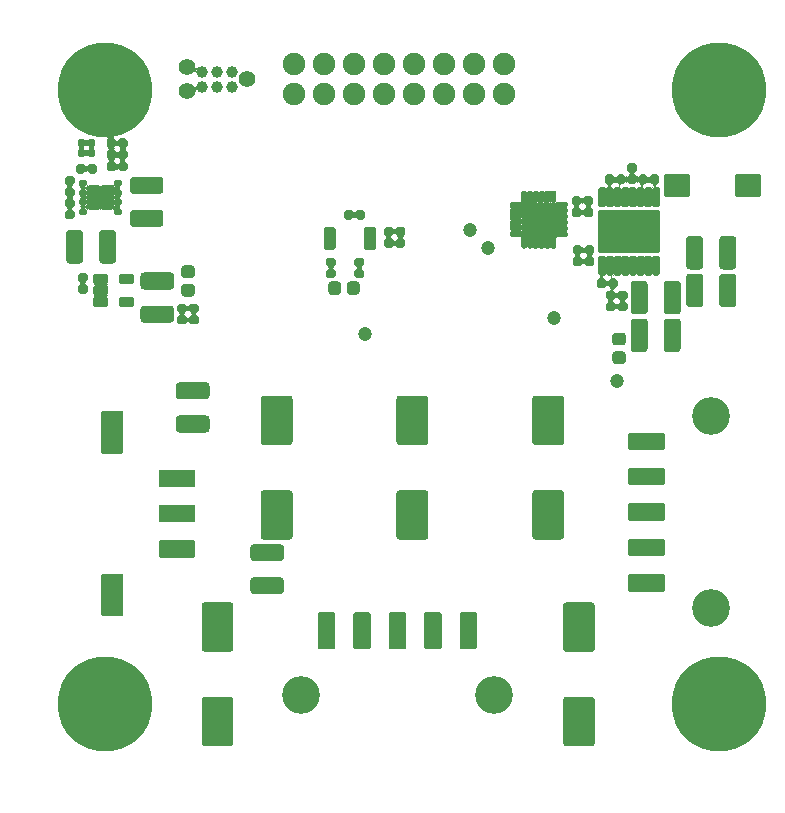
<source format=gbr>
G04 #@! TF.GenerationSoftware,KiCad,Pcbnew,5.99.0-unknown-dd374e12a~102~ubuntu20.04.1*
G04 #@! TF.CreationDate,2020-12-05T09:27:29-08:00*
G04 #@! TF.ProjectId,BLDC,424c4443-2e6b-4696-9361-645f70636258,rev?*
G04 #@! TF.SameCoordinates,Original*
G04 #@! TF.FileFunction,Soldermask,Top*
G04 #@! TF.FilePolarity,Negative*
%FSLAX46Y46*%
G04 Gerber Fmt 4.6, Leading zero omitted, Abs format (unit mm)*
G04 Created by KiCad (PCBNEW 5.99.0-unknown-dd374e12a~102~ubuntu20.04.1) date 2020-12-05 09:27:29*
%MOMM*%
%LPD*%
G01*
G04 APERTURE LIST*
%ADD10C,8.000000*%
%ADD11C,3.200000*%
%ADD12C,1.000000*%
%ADD13C,1.200000*%
%ADD14C,1.900000*%
%ADD15O,1.900000X1.900000*%
%ADD16C,0.990000*%
%ADD17C,1.400000*%
G04 APERTURE END LIST*
G36*
X122880426Y-129087469D02*
G01*
X123246233Y-129198435D01*
X123583362Y-129378634D01*
X123878858Y-129621142D01*
X124121366Y-129916638D01*
X124301565Y-130253767D01*
X124412531Y-130619574D01*
X124450000Y-131000000D01*
X124412531Y-131380426D01*
X124301565Y-131746233D01*
X124121366Y-132083362D01*
X123878858Y-132378858D01*
X123583362Y-132621366D01*
X123246233Y-132801565D01*
X122880426Y-132912531D01*
X122500000Y-132950000D01*
X122119574Y-132912531D01*
X121753767Y-132801565D01*
X121416638Y-132621366D01*
X121121142Y-132378858D01*
X120878634Y-132083362D01*
X120698435Y-131746233D01*
X120587469Y-131380426D01*
X120550000Y-131000000D01*
X120587469Y-130619574D01*
X120698435Y-130253767D01*
X120878634Y-129916638D01*
X121121142Y-129621142D01*
X121416638Y-129378634D01*
X121753767Y-129198435D01*
X122119574Y-129087469D01*
X122500000Y-129050000D01*
X122880426Y-129087469D01*
G37*
G36*
X174880426Y-77087469D02*
G01*
X175246233Y-77198435D01*
X175583362Y-77378634D01*
X175878858Y-77621142D01*
X176121366Y-77916638D01*
X176301565Y-78253767D01*
X176412531Y-78619574D01*
X176450000Y-79000000D01*
X176412531Y-79380426D01*
X176301565Y-79746233D01*
X176121366Y-80083362D01*
X175878858Y-80378858D01*
X175583362Y-80621366D01*
X175246233Y-80801565D01*
X174880426Y-80912531D01*
X174500000Y-80950000D01*
X174119574Y-80912531D01*
X173753767Y-80801565D01*
X173416638Y-80621366D01*
X173121142Y-80378858D01*
X172878634Y-80083362D01*
X172698435Y-79746233D01*
X172587469Y-79380426D01*
X172550000Y-79000000D01*
X172587469Y-78619574D01*
X172698435Y-78253767D01*
X172878634Y-77916638D01*
X173121142Y-77621142D01*
X173416638Y-77378634D01*
X173753767Y-77198435D01*
X174119574Y-77087469D01*
X174500000Y-77050000D01*
X174880426Y-77087469D01*
G37*
G36*
X174880426Y-129087469D02*
G01*
X175246233Y-129198435D01*
X175583362Y-129378634D01*
X175878858Y-129621142D01*
X176121366Y-129916638D01*
X176301565Y-130253767D01*
X176412531Y-130619574D01*
X176450000Y-131000000D01*
X176412531Y-131380426D01*
X176301565Y-131746233D01*
X176121366Y-132083362D01*
X175878858Y-132378858D01*
X175583362Y-132621366D01*
X175246233Y-132801565D01*
X174880426Y-132912531D01*
X174500000Y-132950000D01*
X174119574Y-132912531D01*
X173753767Y-132801565D01*
X173416638Y-132621366D01*
X173121142Y-132378858D01*
X172878634Y-132083362D01*
X172698435Y-131746233D01*
X172587469Y-131380426D01*
X172550000Y-131000000D01*
X172587469Y-130619574D01*
X172698435Y-130253767D01*
X172878634Y-129916638D01*
X173121142Y-129621142D01*
X173416638Y-129378634D01*
X173753767Y-129198435D01*
X174119574Y-129087469D01*
X174500000Y-129050000D01*
X174880426Y-129087469D01*
G37*
G36*
X122880426Y-77087469D02*
G01*
X123246233Y-77198435D01*
X123583362Y-77378634D01*
X123878858Y-77621142D01*
X124121366Y-77916638D01*
X124301565Y-78253767D01*
X124412531Y-78619574D01*
X124450000Y-79000000D01*
X124412531Y-79380426D01*
X124301565Y-79746233D01*
X124121366Y-80083362D01*
X123878858Y-80378858D01*
X123583362Y-80621366D01*
X123246233Y-80801565D01*
X122880426Y-80912531D01*
X122500000Y-80950000D01*
X122119574Y-80912531D01*
X121753767Y-80801565D01*
X121416638Y-80621366D01*
X121121142Y-80378858D01*
X120878634Y-80083362D01*
X120698435Y-79746233D01*
X120587469Y-79380426D01*
X120550000Y-79000000D01*
X120587469Y-78619574D01*
X120698435Y-78253767D01*
X120878634Y-77916638D01*
X121121142Y-77621142D01*
X121416638Y-77378634D01*
X121753767Y-77198435D01*
X122119574Y-77087469D01*
X122500000Y-77050000D01*
X122880426Y-77087469D01*
G37*
G36*
X122880426Y-129087469D02*
G01*
X123246233Y-129198435D01*
X123583362Y-129378634D01*
X123878858Y-129621142D01*
X124121366Y-129916638D01*
X124301565Y-130253767D01*
X124412531Y-130619574D01*
X124450000Y-131000000D01*
X124412531Y-131380426D01*
X124301565Y-131746233D01*
X124121366Y-132083362D01*
X123878858Y-132378858D01*
X123583362Y-132621366D01*
X123246233Y-132801565D01*
X122880426Y-132912531D01*
X122500000Y-132950000D01*
X122119574Y-132912531D01*
X121753767Y-132801565D01*
X121416638Y-132621366D01*
X121121142Y-132378858D01*
X120878634Y-132083362D01*
X120698435Y-131746233D01*
X120587469Y-131380426D01*
X120550000Y-131000000D01*
X120587469Y-130619574D01*
X120698435Y-130253767D01*
X120878634Y-129916638D01*
X121121142Y-129621142D01*
X121416638Y-129378634D01*
X121753767Y-129198435D01*
X122119574Y-129087469D01*
X122500000Y-129050000D01*
X122880426Y-129087469D01*
G37*
G36*
X174880426Y-77087469D02*
G01*
X175246233Y-77198435D01*
X175583362Y-77378634D01*
X175878858Y-77621142D01*
X176121366Y-77916638D01*
X176301565Y-78253767D01*
X176412531Y-78619574D01*
X176450000Y-79000000D01*
X176412531Y-79380426D01*
X176301565Y-79746233D01*
X176121366Y-80083362D01*
X175878858Y-80378858D01*
X175583362Y-80621366D01*
X175246233Y-80801565D01*
X174880426Y-80912531D01*
X174500000Y-80950000D01*
X174119574Y-80912531D01*
X173753767Y-80801565D01*
X173416638Y-80621366D01*
X173121142Y-80378858D01*
X172878634Y-80083362D01*
X172698435Y-79746233D01*
X172587469Y-79380426D01*
X172550000Y-79000000D01*
X172587469Y-78619574D01*
X172698435Y-78253767D01*
X172878634Y-77916638D01*
X173121142Y-77621142D01*
X173416638Y-77378634D01*
X173753767Y-77198435D01*
X174119574Y-77087469D01*
X174500000Y-77050000D01*
X174880426Y-77087469D01*
G37*
G36*
X174880426Y-129087469D02*
G01*
X175246233Y-129198435D01*
X175583362Y-129378634D01*
X175878858Y-129621142D01*
X176121366Y-129916638D01*
X176301565Y-130253767D01*
X176412531Y-130619574D01*
X176450000Y-131000000D01*
X176412531Y-131380426D01*
X176301565Y-131746233D01*
X176121366Y-132083362D01*
X175878858Y-132378858D01*
X175583362Y-132621366D01*
X175246233Y-132801565D01*
X174880426Y-132912531D01*
X174500000Y-132950000D01*
X174119574Y-132912531D01*
X173753767Y-132801565D01*
X173416638Y-132621366D01*
X173121142Y-132378858D01*
X172878634Y-132083362D01*
X172698435Y-131746233D01*
X172587469Y-131380426D01*
X172550000Y-131000000D01*
X172587469Y-130619574D01*
X172698435Y-130253767D01*
X172878634Y-129916638D01*
X173121142Y-129621142D01*
X173416638Y-129378634D01*
X173753767Y-129198435D01*
X174119574Y-129087469D01*
X174500000Y-129050000D01*
X174880426Y-129087469D01*
G37*
G36*
X122880426Y-77087469D02*
G01*
X123246233Y-77198435D01*
X123583362Y-77378634D01*
X123878858Y-77621142D01*
X124121366Y-77916638D01*
X124301565Y-78253767D01*
X124412531Y-78619574D01*
X124450000Y-79000000D01*
X124412531Y-79380426D01*
X124301565Y-79746233D01*
X124121366Y-80083362D01*
X123878858Y-80378858D01*
X123583362Y-80621366D01*
X123246233Y-80801565D01*
X122880426Y-80912531D01*
X122500000Y-80950000D01*
X122119574Y-80912531D01*
X121753767Y-80801565D01*
X121416638Y-80621366D01*
X121121142Y-80378858D01*
X120878634Y-80083362D01*
X120698435Y-79746233D01*
X120587469Y-79380426D01*
X120550000Y-79000000D01*
X120587469Y-78619574D01*
X120698435Y-78253767D01*
X120878634Y-77916638D01*
X121121142Y-77621142D01*
X121416638Y-77378634D01*
X121753767Y-77198435D01*
X122119574Y-77087469D01*
X122500000Y-77050000D01*
X122880426Y-77087469D01*
G37*
G36*
G01*
X147880000Y-91777500D02*
X147880000Y-92222500D01*
G75*
G02*
X147682500Y-92420000I-197500J0D01*
G01*
X147287500Y-92420000D01*
G75*
G02*
X147090000Y-92222500I0J197500D01*
G01*
X147090000Y-91777500D01*
G75*
G02*
X147287500Y-91580000I197500J0D01*
G01*
X147682500Y-91580000D01*
G75*
G02*
X147880000Y-91777500I0J-197500D01*
G01*
G37*
G36*
G01*
X146910000Y-91777500D02*
X146910000Y-92222500D01*
G75*
G02*
X146712500Y-92420000I-197500J0D01*
G01*
X146317500Y-92420000D01*
G75*
G02*
X146120000Y-92222500I0J197500D01*
G01*
X146120000Y-91777500D01*
G75*
G02*
X146317500Y-91580000I197500J0D01*
G01*
X146712500Y-91580000D01*
G75*
G02*
X146910000Y-91777500I0J-197500D01*
G01*
G37*
G36*
G01*
X146120000Y-91243780D02*
X146120000Y-90798780D01*
G75*
G02*
X146317500Y-90601280I197500J0D01*
G01*
X146712500Y-90601280D01*
G75*
G02*
X146910000Y-90798780I0J-197500D01*
G01*
X146910000Y-91243780D01*
G75*
G02*
X146712500Y-91441280I-197500J0D01*
G01*
X146317500Y-91441280D01*
G75*
G02*
X146120000Y-91243780I0J197500D01*
G01*
G37*
G36*
G01*
X147090000Y-91243780D02*
X147090000Y-90798780D01*
G75*
G02*
X147287500Y-90601280I197500J0D01*
G01*
X147682500Y-90601280D01*
G75*
G02*
X147880000Y-90798780I0J-197500D01*
G01*
X147880000Y-91243780D01*
G75*
G02*
X147682500Y-91441280I-197500J0D01*
G01*
X147287500Y-91441280D01*
G75*
G02*
X147090000Y-91243780I0J197500D01*
G01*
G37*
D10*
X122500000Y-131000000D03*
G36*
G01*
X127125748Y-117165000D02*
X130014252Y-117165000D01*
G75*
G02*
X130130000Y-117280748I0J-115748D01*
G01*
X130130000Y-118519252D01*
G75*
G02*
X130014252Y-118635000I-115748J0D01*
G01*
X127125748Y-118635000D01*
G75*
G02*
X127010000Y-118519252I0J115748D01*
G01*
X127010000Y-117280748D01*
G75*
G02*
X127125748Y-117165000I115748J0D01*
G01*
G37*
G36*
G01*
X127125748Y-114165000D02*
X130014252Y-114165000D01*
G75*
G02*
X130130000Y-114280748I0J-115748D01*
G01*
X130130000Y-115519252D01*
G75*
G02*
X130014252Y-115635000I-115748J0D01*
G01*
X127125748Y-115635000D01*
G75*
G02*
X127010000Y-115519252I0J115748D01*
G01*
X127010000Y-114280748D01*
G75*
G02*
X127125748Y-114165000I115748J0D01*
G01*
G37*
G36*
G01*
X127125748Y-111165000D02*
X130014252Y-111165000D01*
G75*
G02*
X130130000Y-111280748I0J-115748D01*
G01*
X130130000Y-112519252D01*
G75*
G02*
X130014252Y-112635000I-115748J0D01*
G01*
X127125748Y-112635000D01*
G75*
G02*
X127010000Y-112519252I0J115748D01*
G01*
X127010000Y-111280748D01*
G75*
G02*
X127125748Y-111165000I115748J0D01*
G01*
G37*
G36*
G01*
X122287121Y-119970000D02*
X123912879Y-119970000D01*
G75*
G02*
X124025000Y-120082121I0J-112121D01*
G01*
X124025000Y-123487879D01*
G75*
G02*
X123912879Y-123600000I-112121J0D01*
G01*
X122287121Y-123600000D01*
G75*
G02*
X122175000Y-123487879I0J112121D01*
G01*
X122175000Y-120082121D01*
G75*
G02*
X122287121Y-119970000I112121J0D01*
G01*
G37*
G36*
G01*
X122287121Y-106200000D02*
X123912879Y-106200000D01*
G75*
G02*
X124025000Y-106312121I0J-112121D01*
G01*
X124025000Y-109717879D01*
G75*
G02*
X123912879Y-109830000I-112121J0D01*
G01*
X122287121Y-109830000D01*
G75*
G02*
X122175000Y-109717879I0J112121D01*
G01*
X122175000Y-106312121D01*
G75*
G02*
X122287121Y-106200000I112121J0D01*
G01*
G37*
G36*
G01*
X121470000Y-95344231D02*
X121470000Y-94755769D01*
G75*
G02*
X121600769Y-94625000I130769J0D01*
G01*
X122599231Y-94625000D01*
G75*
G02*
X122730000Y-94755769I0J-130769D01*
G01*
X122730000Y-95344231D01*
G75*
G02*
X122599231Y-95475000I-130769J0D01*
G01*
X121600769Y-95475000D01*
G75*
G02*
X121470000Y-95344231I0J130769D01*
G01*
G37*
G36*
G01*
X121470000Y-96294231D02*
X121470000Y-95705769D01*
G75*
G02*
X121600769Y-95575000I130769J0D01*
G01*
X122599231Y-95575000D01*
G75*
G02*
X122730000Y-95705769I0J-130769D01*
G01*
X122730000Y-96294231D01*
G75*
G02*
X122599231Y-96425000I-130769J0D01*
G01*
X121600769Y-96425000D01*
G75*
G02*
X121470000Y-96294231I0J130769D01*
G01*
G37*
G36*
G01*
X121470000Y-97244231D02*
X121470000Y-96655769D01*
G75*
G02*
X121600769Y-96525000I130769J0D01*
G01*
X122599231Y-96525000D01*
G75*
G02*
X122730000Y-96655769I0J-130769D01*
G01*
X122730000Y-97244231D01*
G75*
G02*
X122599231Y-97375000I-130769J0D01*
G01*
X121600769Y-97375000D01*
G75*
G02*
X121470000Y-97244231I0J130769D01*
G01*
G37*
G36*
G01*
X123670000Y-97244231D02*
X123670000Y-96655769D01*
G75*
G02*
X123800769Y-96525000I130769J0D01*
G01*
X124799231Y-96525000D01*
G75*
G02*
X124930000Y-96655769I0J-130769D01*
G01*
X124930000Y-97244231D01*
G75*
G02*
X124799231Y-97375000I-130769J0D01*
G01*
X123800769Y-97375000D01*
G75*
G02*
X123670000Y-97244231I0J130769D01*
G01*
G37*
G36*
G01*
X123670000Y-95344231D02*
X123670000Y-94755769D01*
G75*
G02*
X123800769Y-94625000I130769J0D01*
G01*
X124799231Y-94625000D01*
G75*
G02*
X124930000Y-94755769I0J-130769D01*
G01*
X124930000Y-95344231D01*
G75*
G02*
X124799231Y-95475000I-130769J0D01*
G01*
X123800769Y-95475000D01*
G75*
G02*
X123670000Y-95344231I0J130769D01*
G01*
G37*
G36*
G01*
X129806250Y-96525000D02*
X129193750Y-96525000D01*
G75*
G02*
X128925000Y-96256250I0J268750D01*
G01*
X128925000Y-95718750D01*
G75*
G02*
X129193750Y-95450000I268750J0D01*
G01*
X129806250Y-95450000D01*
G75*
G02*
X130075000Y-95718750I0J-268750D01*
G01*
X130075000Y-96256250D01*
G75*
G02*
X129806250Y-96525000I-268750J0D01*
G01*
G37*
G36*
G01*
X129806250Y-94950000D02*
X129193750Y-94950000D01*
G75*
G02*
X128925000Y-94681250I0J268750D01*
G01*
X128925000Y-94143750D01*
G75*
G02*
X129193750Y-93875000I268750J0D01*
G01*
X129806250Y-93875000D01*
G75*
G02*
X130075000Y-94143750I0J-268750D01*
G01*
X130075000Y-94681250D01*
G75*
G02*
X129806250Y-94950000I-268750J0D01*
G01*
G37*
G36*
G01*
X129777500Y-97120000D02*
X130222500Y-97120000D01*
G75*
G02*
X130420000Y-97317500I0J-197500D01*
G01*
X130420000Y-97712500D01*
G75*
G02*
X130222500Y-97910000I-197500J0D01*
G01*
X129777500Y-97910000D01*
G75*
G02*
X129580000Y-97712500I0J197500D01*
G01*
X129580000Y-97317500D01*
G75*
G02*
X129777500Y-97120000I197500J0D01*
G01*
G37*
G36*
G01*
X129777500Y-98090000D02*
X130222500Y-98090000D01*
G75*
G02*
X130420000Y-98287500I0J-197500D01*
G01*
X130420000Y-98682500D01*
G75*
G02*
X130222500Y-98880000I-197500J0D01*
G01*
X129777500Y-98880000D01*
G75*
G02*
X129580000Y-98682500I0J197500D01*
G01*
X129580000Y-98287500D01*
G75*
G02*
X129777500Y-98090000I197500J0D01*
G01*
G37*
G36*
G01*
X130920000Y-122400000D02*
X133080000Y-122400000D01*
G75*
G02*
X133350000Y-122670000I0J-270000D01*
G01*
X133350000Y-126330000D01*
G75*
G02*
X133080000Y-126600000I-270000J0D01*
G01*
X130920000Y-126600000D01*
G75*
G02*
X130650000Y-126330000I0J270000D01*
G01*
X130650000Y-122670000D01*
G75*
G02*
X130920000Y-122400000I270000J0D01*
G01*
G37*
G36*
G01*
X130920000Y-130400000D02*
X133080000Y-130400000D01*
G75*
G02*
X133350000Y-130670000I0J-270000D01*
G01*
X133350000Y-134330000D01*
G75*
G02*
X133080000Y-134600000I-270000J0D01*
G01*
X130920000Y-134600000D01*
G75*
G02*
X130650000Y-134330000I0J270000D01*
G01*
X130650000Y-130670000D01*
G75*
G02*
X130920000Y-130400000I270000J0D01*
G01*
G37*
G36*
G01*
X138080000Y-117100000D02*
X135920000Y-117100000D01*
G75*
G02*
X135650000Y-116830000I0J270000D01*
G01*
X135650000Y-113170000D01*
G75*
G02*
X135920000Y-112900000I270000J0D01*
G01*
X138080000Y-112900000D01*
G75*
G02*
X138350000Y-113170000I0J-270000D01*
G01*
X138350000Y-116830000D01*
G75*
G02*
X138080000Y-117100000I-270000J0D01*
G01*
G37*
G36*
G01*
X138080000Y-109100000D02*
X135920000Y-109100000D01*
G75*
G02*
X135650000Y-108830000I0J270000D01*
G01*
X135650000Y-105170000D01*
G75*
G02*
X135920000Y-104900000I270000J0D01*
G01*
X138080000Y-104900000D01*
G75*
G02*
X138350000Y-105170000I0J-270000D01*
G01*
X138350000Y-108830000D01*
G75*
G02*
X138080000Y-109100000I-270000J0D01*
G01*
G37*
G36*
G01*
X161080000Y-117100000D02*
X158920000Y-117100000D01*
G75*
G02*
X158650000Y-116830000I0J270000D01*
G01*
X158650000Y-113170000D01*
G75*
G02*
X158920000Y-112900000I270000J0D01*
G01*
X161080000Y-112900000D01*
G75*
G02*
X161350000Y-113170000I0J-270000D01*
G01*
X161350000Y-116830000D01*
G75*
G02*
X161080000Y-117100000I-270000J0D01*
G01*
G37*
G36*
G01*
X161080000Y-109100000D02*
X158920000Y-109100000D01*
G75*
G02*
X158650000Y-108830000I0J270000D01*
G01*
X158650000Y-105170000D01*
G75*
G02*
X158920000Y-104900000I270000J0D01*
G01*
X161080000Y-104900000D01*
G75*
G02*
X161350000Y-105170000I0J-270000D01*
G01*
X161350000Y-108830000D01*
G75*
G02*
X161080000Y-109100000I-270000J0D01*
G01*
G37*
G36*
G01*
X169764252Y-109505000D02*
X166875748Y-109505000D01*
G75*
G02*
X166760000Y-109389252I0J115748D01*
G01*
X166760000Y-108150748D01*
G75*
G02*
X166875748Y-108035000I115748J0D01*
G01*
X169764252Y-108035000D01*
G75*
G02*
X169880000Y-108150748I0J-115748D01*
G01*
X169880000Y-109389252D01*
G75*
G02*
X169764252Y-109505000I-115748J0D01*
G01*
G37*
G36*
G01*
X169764252Y-112505000D02*
X166875748Y-112505000D01*
G75*
G02*
X166760000Y-112389252I0J115748D01*
G01*
X166760000Y-111150748D01*
G75*
G02*
X166875748Y-111035000I115748J0D01*
G01*
X169764252Y-111035000D01*
G75*
G02*
X169880000Y-111150748I0J-115748D01*
G01*
X169880000Y-112389252D01*
G75*
G02*
X169764252Y-112505000I-115748J0D01*
G01*
G37*
G36*
G01*
X169764252Y-115505000D02*
X166875748Y-115505000D01*
G75*
G02*
X166760000Y-115389252I0J115748D01*
G01*
X166760000Y-114150748D01*
G75*
G02*
X166875748Y-114035000I115748J0D01*
G01*
X169764252Y-114035000D01*
G75*
G02*
X169880000Y-114150748I0J-115748D01*
G01*
X169880000Y-115389252D01*
G75*
G02*
X169764252Y-115505000I-115748J0D01*
G01*
G37*
G36*
G01*
X169764252Y-118505000D02*
X166875748Y-118505000D01*
G75*
G02*
X166760000Y-118389252I0J115748D01*
G01*
X166760000Y-117150748D01*
G75*
G02*
X166875748Y-117035000I115748J0D01*
G01*
X169764252Y-117035000D01*
G75*
G02*
X169880000Y-117150748I0J-115748D01*
G01*
X169880000Y-118389252D01*
G75*
G02*
X169764252Y-118505000I-115748J0D01*
G01*
G37*
G36*
G01*
X169764252Y-121505000D02*
X166875748Y-121505000D01*
G75*
G02*
X166760000Y-121389252I0J115748D01*
G01*
X166760000Y-120150748D01*
G75*
G02*
X166875748Y-120035000I115748J0D01*
G01*
X169764252Y-120035000D01*
G75*
G02*
X169880000Y-120150748I0J-115748D01*
G01*
X169880000Y-121389252D01*
G75*
G02*
X169764252Y-121505000I-115748J0D01*
G01*
G37*
D11*
X173790000Y-122920000D03*
X173790000Y-106620000D03*
G36*
G01*
X120822500Y-96280000D02*
X120377500Y-96280000D01*
G75*
G02*
X120180000Y-96082500I0J197500D01*
G01*
X120180000Y-95687500D01*
G75*
G02*
X120377500Y-95490000I197500J0D01*
G01*
X120822500Y-95490000D01*
G75*
G02*
X121020000Y-95687500I0J-197500D01*
G01*
X121020000Y-96082500D01*
G75*
G02*
X120822500Y-96280000I-197500J0D01*
G01*
G37*
G36*
G01*
X120822500Y-95310000D02*
X120377500Y-95310000D01*
G75*
G02*
X120180000Y-95112500I0J197500D01*
G01*
X120180000Y-94717500D01*
G75*
G02*
X120377500Y-94520000I197500J0D01*
G01*
X120822500Y-94520000D01*
G75*
G02*
X121020000Y-94717500I0J-197500D01*
G01*
X121020000Y-95112500D01*
G75*
G02*
X120822500Y-95310000I-197500J0D01*
G01*
G37*
G36*
G01*
X152495000Y-126264252D02*
X152495000Y-123375748D01*
G75*
G02*
X152610748Y-123260000I115748J0D01*
G01*
X153849252Y-123260000D01*
G75*
G02*
X153965000Y-123375748I0J-115748D01*
G01*
X153965000Y-126264252D01*
G75*
G02*
X153849252Y-126380000I-115748J0D01*
G01*
X152610748Y-126380000D01*
G75*
G02*
X152495000Y-126264252I0J115748D01*
G01*
G37*
G36*
G01*
X149495000Y-126264252D02*
X149495000Y-123375748D01*
G75*
G02*
X149610748Y-123260000I115748J0D01*
G01*
X150849252Y-123260000D01*
G75*
G02*
X150965000Y-123375748I0J-115748D01*
G01*
X150965000Y-126264252D01*
G75*
G02*
X150849252Y-126380000I-115748J0D01*
G01*
X149610748Y-126380000D01*
G75*
G02*
X149495000Y-126264252I0J115748D01*
G01*
G37*
G36*
G01*
X146495000Y-126264252D02*
X146495000Y-123375748D01*
G75*
G02*
X146610748Y-123260000I115748J0D01*
G01*
X147849252Y-123260000D01*
G75*
G02*
X147965000Y-123375748I0J-115748D01*
G01*
X147965000Y-126264252D01*
G75*
G02*
X147849252Y-126380000I-115748J0D01*
G01*
X146610748Y-126380000D01*
G75*
G02*
X146495000Y-126264252I0J115748D01*
G01*
G37*
G36*
G01*
X143495000Y-126264252D02*
X143495000Y-123375748D01*
G75*
G02*
X143610748Y-123260000I115748J0D01*
G01*
X144849252Y-123260000D01*
G75*
G02*
X144965000Y-123375748I0J-115748D01*
G01*
X144965000Y-126264252D01*
G75*
G02*
X144849252Y-126380000I-115748J0D01*
G01*
X143610748Y-126380000D01*
G75*
G02*
X143495000Y-126264252I0J115748D01*
G01*
G37*
G36*
G01*
X140495000Y-126264252D02*
X140495000Y-123375748D01*
G75*
G02*
X140610748Y-123260000I115748J0D01*
G01*
X141849252Y-123260000D01*
G75*
G02*
X141965000Y-123375748I0J-115748D01*
G01*
X141965000Y-126264252D01*
G75*
G02*
X141849252Y-126380000I-115748J0D01*
G01*
X140610748Y-126380000D01*
G75*
G02*
X140495000Y-126264252I0J115748D01*
G01*
G37*
X139080000Y-130290000D03*
X155380000Y-130290000D03*
G36*
G01*
X161520000Y-122400000D02*
X163680000Y-122400000D01*
G75*
G02*
X163950000Y-122670000I0J-270000D01*
G01*
X163950000Y-126330000D01*
G75*
G02*
X163680000Y-126600000I-270000J0D01*
G01*
X161520000Y-126600000D01*
G75*
G02*
X161250000Y-126330000I0J270000D01*
G01*
X161250000Y-122670000D01*
G75*
G02*
X161520000Y-122400000I270000J0D01*
G01*
G37*
G36*
G01*
X161520000Y-130400000D02*
X163680000Y-130400000D01*
G75*
G02*
X163950000Y-130670000I0J-270000D01*
G01*
X163950000Y-134330000D01*
G75*
G02*
X163680000Y-134600000I-270000J0D01*
G01*
X161520000Y-134600000D01*
G75*
G02*
X161250000Y-134330000I0J270000D01*
G01*
X161250000Y-130670000D01*
G75*
G02*
X161520000Y-130400000I270000J0D01*
G01*
G37*
G36*
G01*
X122620000Y-84722500D02*
X122620000Y-84277500D01*
G75*
G02*
X122817500Y-84080000I197500J0D01*
G01*
X123212500Y-84080000D01*
G75*
G02*
X123410000Y-84277500I0J-197500D01*
G01*
X123410000Y-84722500D01*
G75*
G02*
X123212500Y-84920000I-197500J0D01*
G01*
X122817500Y-84920000D01*
G75*
G02*
X122620000Y-84722500I0J197500D01*
G01*
G37*
G36*
G01*
X123590000Y-84722500D02*
X123590000Y-84277500D01*
G75*
G02*
X123787500Y-84080000I197500J0D01*
G01*
X124182500Y-84080000D01*
G75*
G02*
X124380000Y-84277500I0J-197500D01*
G01*
X124380000Y-84722500D01*
G75*
G02*
X124182500Y-84920000I-197500J0D01*
G01*
X123787500Y-84920000D01*
G75*
G02*
X123590000Y-84722500I0J197500D01*
G01*
G37*
G36*
G01*
X122620000Y-83762220D02*
X122620000Y-83317220D01*
G75*
G02*
X122817500Y-83119720I197500J0D01*
G01*
X123212500Y-83119720D01*
G75*
G02*
X123410000Y-83317220I0J-197500D01*
G01*
X123410000Y-83762220D01*
G75*
G02*
X123212500Y-83959720I-197500J0D01*
G01*
X122817500Y-83959720D01*
G75*
G02*
X122620000Y-83762220I0J197500D01*
G01*
G37*
G36*
G01*
X123590000Y-83762220D02*
X123590000Y-83317220D01*
G75*
G02*
X123787500Y-83119720I197500J0D01*
G01*
X124182500Y-83119720D01*
G75*
G02*
X124380000Y-83317220I0J-197500D01*
G01*
X124380000Y-83762220D01*
G75*
G02*
X124182500Y-83959720I-197500J0D01*
G01*
X123787500Y-83959720D01*
G75*
G02*
X123590000Y-83762220I0J197500D01*
G01*
G37*
G36*
G01*
X122620000Y-85722500D02*
X122620000Y-85277500D01*
G75*
G02*
X122817500Y-85080000I197500J0D01*
G01*
X123212500Y-85080000D01*
G75*
G02*
X123410000Y-85277500I0J-197500D01*
G01*
X123410000Y-85722500D01*
G75*
G02*
X123212500Y-85920000I-197500J0D01*
G01*
X122817500Y-85920000D01*
G75*
G02*
X122620000Y-85722500I0J197500D01*
G01*
G37*
G36*
G01*
X123590000Y-85722500D02*
X123590000Y-85277500D01*
G75*
G02*
X123787500Y-85080000I197500J0D01*
G01*
X124182500Y-85080000D01*
G75*
G02*
X124380000Y-85277500I0J-197500D01*
G01*
X124380000Y-85722500D01*
G75*
G02*
X124182500Y-85920000I-197500J0D01*
G01*
X123787500Y-85920000D01*
G75*
G02*
X123590000Y-85722500I0J197500D01*
G01*
G37*
G36*
G01*
X120655556Y-83825000D02*
X120294444Y-83825000D01*
G75*
G02*
X120150000Y-83680556I0J144444D01*
G01*
X120150000Y-83319444D01*
G75*
G02*
X120294444Y-83175000I144444J0D01*
G01*
X120655556Y-83175000D01*
G75*
G02*
X120800000Y-83319444I0J-144444D01*
G01*
X120800000Y-83680556D01*
G75*
G02*
X120655556Y-83825000I-144444J0D01*
G01*
G37*
G36*
G01*
X121505556Y-83825000D02*
X121144444Y-83825000D01*
G75*
G02*
X121000000Y-83680556I0J144444D01*
G01*
X121000000Y-83319444D01*
G75*
G02*
X121144444Y-83175000I144444J0D01*
G01*
X121505556Y-83175000D01*
G75*
G02*
X121650000Y-83319444I0J-144444D01*
G01*
X121650000Y-83680556D01*
G75*
G02*
X121505556Y-83825000I-144444J0D01*
G01*
G37*
G36*
G01*
X121505556Y-84675000D02*
X121144444Y-84675000D01*
G75*
G02*
X121000000Y-84530556I0J144444D01*
G01*
X121000000Y-84169444D01*
G75*
G02*
X121144444Y-84025000I144444J0D01*
G01*
X121505556Y-84025000D01*
G75*
G02*
X121650000Y-84169444I0J-144444D01*
G01*
X121650000Y-84530556D01*
G75*
G02*
X121505556Y-84675000I-144444J0D01*
G01*
G37*
G36*
G01*
X120655556Y-84675000D02*
X120294444Y-84675000D01*
G75*
G02*
X120150000Y-84530556I0J144444D01*
G01*
X120150000Y-84169444D01*
G75*
G02*
X120294444Y-84025000I144444J0D01*
G01*
X120655556Y-84025000D01*
G75*
G02*
X120800000Y-84169444I0J-144444D01*
G01*
X120800000Y-84530556D01*
G75*
G02*
X120655556Y-84675000I-144444J0D01*
G01*
G37*
G36*
G01*
X149580000Y-117100000D02*
X147420000Y-117100000D01*
G75*
G02*
X147150000Y-116830000I0J270000D01*
G01*
X147150000Y-113170000D01*
G75*
G02*
X147420000Y-112900000I270000J0D01*
G01*
X149580000Y-112900000D01*
G75*
G02*
X149850000Y-113170000I0J-270000D01*
G01*
X149850000Y-116830000D01*
G75*
G02*
X149580000Y-117100000I-270000J0D01*
G01*
G37*
G36*
G01*
X149580000Y-109100000D02*
X147420000Y-109100000D01*
G75*
G02*
X147150000Y-108830000I0J270000D01*
G01*
X147150000Y-105170000D01*
G75*
G02*
X147420000Y-104900000I270000J0D01*
G01*
X149580000Y-104900000D01*
G75*
G02*
X149850000Y-105170000I0J-270000D01*
G01*
X149850000Y-108830000D01*
G75*
G02*
X149580000Y-109100000I-270000J0D01*
G01*
G37*
G36*
G01*
X119722500Y-89980000D02*
X119277500Y-89980000D01*
G75*
G02*
X119080000Y-89782500I0J197500D01*
G01*
X119080000Y-89387500D01*
G75*
G02*
X119277500Y-89190000I197500J0D01*
G01*
X119722500Y-89190000D01*
G75*
G02*
X119920000Y-89387500I0J-197500D01*
G01*
X119920000Y-89782500D01*
G75*
G02*
X119722500Y-89980000I-197500J0D01*
G01*
G37*
G36*
G01*
X119722500Y-89010000D02*
X119277500Y-89010000D01*
G75*
G02*
X119080000Y-88812500I0J197500D01*
G01*
X119080000Y-88417500D01*
G75*
G02*
X119277500Y-88220000I197500J0D01*
G01*
X119722500Y-88220000D01*
G75*
G02*
X119920000Y-88417500I0J-197500D01*
G01*
X119920000Y-88812500D01*
G75*
G02*
X119722500Y-89010000I-197500J0D01*
G01*
G37*
G36*
G01*
X120020000Y-85922500D02*
X120020000Y-85477500D01*
G75*
G02*
X120217500Y-85280000I197500J0D01*
G01*
X120612500Y-85280000D01*
G75*
G02*
X120810000Y-85477500I0J-197500D01*
G01*
X120810000Y-85922500D01*
G75*
G02*
X120612500Y-86120000I-197500J0D01*
G01*
X120217500Y-86120000D01*
G75*
G02*
X120020000Y-85922500I0J197500D01*
G01*
G37*
G36*
G01*
X120990000Y-85922500D02*
X120990000Y-85477500D01*
G75*
G02*
X121187500Y-85280000I197500J0D01*
G01*
X121582500Y-85280000D01*
G75*
G02*
X121780000Y-85477500I0J-197500D01*
G01*
X121780000Y-85922500D01*
G75*
G02*
X121582500Y-86120000I-197500J0D01*
G01*
X121187500Y-86120000D01*
G75*
G02*
X120990000Y-85922500I0J197500D01*
G01*
G37*
G36*
G01*
X120280000Y-87080000D02*
X120280000Y-86780000D01*
G75*
G02*
X120430000Y-86630000I150000J0D01*
G01*
X120780000Y-86630000D01*
G75*
G02*
X120930000Y-86780000I0J-150000D01*
G01*
X120930000Y-87080000D01*
G75*
G02*
X120780000Y-87230000I-150000J0D01*
G01*
X120430000Y-87230000D01*
G75*
G02*
X120280000Y-87080000I0J150000D01*
G01*
G37*
G36*
G01*
X120280000Y-87880000D02*
X120280000Y-87580000D01*
G75*
G02*
X120430000Y-87430000I150000J0D01*
G01*
X120780000Y-87430000D01*
G75*
G02*
X120930000Y-87580000I0J-150000D01*
G01*
X120930000Y-87880000D01*
G75*
G02*
X120780000Y-88030000I-150000J0D01*
G01*
X120430000Y-88030000D01*
G75*
G02*
X120280000Y-87880000I0J150000D01*
G01*
G37*
G36*
G01*
X120280000Y-88680000D02*
X120280000Y-88380000D01*
G75*
G02*
X120430000Y-88230000I150000J0D01*
G01*
X120780000Y-88230000D01*
G75*
G02*
X120930000Y-88380000I0J-150000D01*
G01*
X120930000Y-88680000D01*
G75*
G02*
X120780000Y-88830000I-150000J0D01*
G01*
X120430000Y-88830000D01*
G75*
G02*
X120280000Y-88680000I0J150000D01*
G01*
G37*
G36*
G01*
X120280000Y-89480000D02*
X120280000Y-89180000D01*
G75*
G02*
X120430000Y-89030000I150000J0D01*
G01*
X120780000Y-89030000D01*
G75*
G02*
X120930000Y-89180000I0J-150000D01*
G01*
X120930000Y-89480000D01*
G75*
G02*
X120780000Y-89630000I-150000J0D01*
G01*
X120430000Y-89630000D01*
G75*
G02*
X120280000Y-89480000I0J150000D01*
G01*
G37*
G36*
G01*
X123230000Y-89480000D02*
X123230000Y-89180000D01*
G75*
G02*
X123380000Y-89030000I150000J0D01*
G01*
X123730000Y-89030000D01*
G75*
G02*
X123880000Y-89180000I0J-150000D01*
G01*
X123880000Y-89480000D01*
G75*
G02*
X123730000Y-89630000I-150000J0D01*
G01*
X123380000Y-89630000D01*
G75*
G02*
X123230000Y-89480000I0J150000D01*
G01*
G37*
G36*
G01*
X123230000Y-88680000D02*
X123230000Y-88380000D01*
G75*
G02*
X123380000Y-88230000I150000J0D01*
G01*
X123730000Y-88230000D01*
G75*
G02*
X123880000Y-88380000I0J-150000D01*
G01*
X123880000Y-88680000D01*
G75*
G02*
X123730000Y-88830000I-150000J0D01*
G01*
X123380000Y-88830000D01*
G75*
G02*
X123230000Y-88680000I0J150000D01*
G01*
G37*
G36*
G01*
X123230000Y-87880000D02*
X123230000Y-87580000D01*
G75*
G02*
X123380000Y-87430000I150000J0D01*
G01*
X123730000Y-87430000D01*
G75*
G02*
X123880000Y-87580000I0J-150000D01*
G01*
X123880000Y-87880000D01*
G75*
G02*
X123730000Y-88030000I-150000J0D01*
G01*
X123380000Y-88030000D01*
G75*
G02*
X123230000Y-87880000I0J150000D01*
G01*
G37*
G36*
G01*
X123230000Y-87080000D02*
X123230000Y-86780000D01*
G75*
G02*
X123380000Y-86630000I150000J0D01*
G01*
X123730000Y-86630000D01*
G75*
G02*
X123880000Y-86780000I0J-150000D01*
G01*
X123880000Y-87080000D01*
G75*
G02*
X123730000Y-87230000I-150000J0D01*
G01*
X123380000Y-87230000D01*
G75*
G02*
X123230000Y-87080000I0J150000D01*
G01*
G37*
G36*
G01*
X122130000Y-89055000D02*
X122130000Y-87205000D01*
G75*
G02*
X122255000Y-87080000I125000J0D01*
G01*
X123005000Y-87080000D01*
G75*
G02*
X123130000Y-87205000I0J-125000D01*
G01*
X123130000Y-89055000D01*
G75*
G02*
X123005000Y-89180000I-125000J0D01*
G01*
X122255000Y-89180000D01*
G75*
G02*
X122130000Y-89055000I0J125000D01*
G01*
G37*
D12*
X121530000Y-88130000D03*
G36*
G01*
X121030000Y-89055000D02*
X121030000Y-87205000D01*
G75*
G02*
X121155000Y-87080000I125000J0D01*
G01*
X121905000Y-87080000D01*
G75*
G02*
X122030000Y-87205000I0J-125000D01*
G01*
X122030000Y-89055000D01*
G75*
G02*
X121905000Y-89180000I-125000J0D01*
G01*
X121155000Y-89180000D01*
G75*
G02*
X121030000Y-89055000I0J125000D01*
G01*
G37*
X122630000Y-88130000D03*
G36*
G01*
X119722500Y-88080000D02*
X119277500Y-88080000D01*
G75*
G02*
X119080000Y-87882500I0J197500D01*
G01*
X119080000Y-87487500D01*
G75*
G02*
X119277500Y-87290000I197500J0D01*
G01*
X119722500Y-87290000D01*
G75*
G02*
X119920000Y-87487500I0J-197500D01*
G01*
X119920000Y-87882500D01*
G75*
G02*
X119722500Y-88080000I-197500J0D01*
G01*
G37*
G36*
G01*
X119722500Y-87110000D02*
X119277500Y-87110000D01*
G75*
G02*
X119080000Y-86912500I0J197500D01*
G01*
X119080000Y-86517500D01*
G75*
G02*
X119277500Y-86320000I197500J0D01*
G01*
X119722500Y-86320000D01*
G75*
G02*
X119920000Y-86517500I0J-197500D01*
G01*
X119920000Y-86912500D01*
G75*
G02*
X119722500Y-87110000I-197500J0D01*
G01*
G37*
G36*
G01*
X127135000Y-90625000D02*
X124865000Y-90625000D01*
G75*
G02*
X124575000Y-90335000I0J290000D01*
G01*
X124575000Y-89465000D01*
G75*
G02*
X124865000Y-89175000I290000J0D01*
G01*
X127135000Y-89175000D01*
G75*
G02*
X127425000Y-89465000I0J-290000D01*
G01*
X127425000Y-90335000D01*
G75*
G02*
X127135000Y-90625000I-290000J0D01*
G01*
G37*
G36*
G01*
X127135000Y-87825000D02*
X124865000Y-87825000D01*
G75*
G02*
X124575000Y-87535000I0J290000D01*
G01*
X124575000Y-86665000D01*
G75*
G02*
X124865000Y-86375000I290000J0D01*
G01*
X127135000Y-86375000D01*
G75*
G02*
X127425000Y-86665000I0J-290000D01*
G01*
X127425000Y-87535000D01*
G75*
G02*
X127135000Y-87825000I-290000J0D01*
G01*
G37*
G36*
G01*
X119175000Y-93435000D02*
X119175000Y-91165000D01*
G75*
G02*
X119465000Y-90875000I290000J0D01*
G01*
X120335000Y-90875000D01*
G75*
G02*
X120625000Y-91165000I0J-290000D01*
G01*
X120625000Y-93435000D01*
G75*
G02*
X120335000Y-93725000I-290000J0D01*
G01*
X119465000Y-93725000D01*
G75*
G02*
X119175000Y-93435000I0J290000D01*
G01*
G37*
G36*
G01*
X121975000Y-93435000D02*
X121975000Y-91165000D01*
G75*
G02*
X122265000Y-90875000I290000J0D01*
G01*
X123135000Y-90875000D01*
G75*
G02*
X123425000Y-91165000I0J-290000D01*
G01*
X123425000Y-93435000D01*
G75*
G02*
X123135000Y-93725000I-290000J0D01*
G01*
X122265000Y-93725000D01*
G75*
G02*
X121975000Y-93435000I0J290000D01*
G01*
G37*
G36*
G01*
X175925000Y-94865000D02*
X175925000Y-97135000D01*
G75*
G02*
X175635000Y-97425000I-290000J0D01*
G01*
X174765000Y-97425000D01*
G75*
G02*
X174475000Y-97135000I0J290000D01*
G01*
X174475000Y-94865000D01*
G75*
G02*
X174765000Y-94575000I290000J0D01*
G01*
X175635000Y-94575000D01*
G75*
G02*
X175925000Y-94865000I0J-290000D01*
G01*
G37*
G36*
G01*
X173125000Y-94865000D02*
X173125000Y-97135000D01*
G75*
G02*
X172835000Y-97425000I-290000J0D01*
G01*
X171965000Y-97425000D01*
G75*
G02*
X171675000Y-97135000I0J290000D01*
G01*
X171675000Y-94865000D01*
G75*
G02*
X171965000Y-94575000I290000J0D01*
G01*
X172835000Y-94575000D01*
G75*
G02*
X173125000Y-94865000I0J-290000D01*
G01*
G37*
G36*
G01*
X171225000Y-95465000D02*
X171225000Y-97735000D01*
G75*
G02*
X170935000Y-98025000I-290000J0D01*
G01*
X170065000Y-98025000D01*
G75*
G02*
X169775000Y-97735000I0J290000D01*
G01*
X169775000Y-95465000D01*
G75*
G02*
X170065000Y-95175000I290000J0D01*
G01*
X170935000Y-95175000D01*
G75*
G02*
X171225000Y-95465000I0J-290000D01*
G01*
G37*
G36*
G01*
X168425000Y-95465000D02*
X168425000Y-97735000D01*
G75*
G02*
X168135000Y-98025000I-290000J0D01*
G01*
X167265000Y-98025000D01*
G75*
G02*
X166975000Y-97735000I0J290000D01*
G01*
X166975000Y-95465000D01*
G75*
G02*
X167265000Y-95175000I290000J0D01*
G01*
X168135000Y-95175000D01*
G75*
G02*
X168425000Y-95465000I0J-290000D01*
G01*
G37*
G36*
G01*
X169800000Y-87938235D02*
X169800000Y-86261765D01*
G75*
G02*
X169911765Y-86150000I111765J0D01*
G01*
X171888235Y-86150000D01*
G75*
G02*
X172000000Y-86261765I0J-111765D01*
G01*
X172000000Y-87938235D01*
G75*
G02*
X171888235Y-88050000I-111765J0D01*
G01*
X169911765Y-88050000D01*
G75*
G02*
X169800000Y-87938235I0J111765D01*
G01*
G37*
G36*
G01*
X175800000Y-87938235D02*
X175800000Y-86261765D01*
G75*
G02*
X175911765Y-86150000I111765J0D01*
G01*
X177888235Y-86150000D01*
G75*
G02*
X178000000Y-86261765I0J-111765D01*
G01*
X178000000Y-87938235D01*
G75*
G02*
X177888235Y-88050000I-111765J0D01*
G01*
X175911765Y-88050000D01*
G75*
G02*
X175800000Y-87938235I0J111765D01*
G01*
G37*
G36*
G01*
X166522500Y-97780000D02*
X166077500Y-97780000D01*
G75*
G02*
X165880000Y-97582500I0J197500D01*
G01*
X165880000Y-97187500D01*
G75*
G02*
X166077500Y-96990000I197500J0D01*
G01*
X166522500Y-96990000D01*
G75*
G02*
X166720000Y-97187500I0J-197500D01*
G01*
X166720000Y-97582500D01*
G75*
G02*
X166522500Y-97780000I-197500J0D01*
G01*
G37*
G36*
G01*
X166522500Y-96810000D02*
X166077500Y-96810000D01*
G75*
G02*
X165880000Y-96612500I0J197500D01*
G01*
X165880000Y-96217500D01*
G75*
G02*
X166077500Y-96020000I197500J0D01*
G01*
X166522500Y-96020000D01*
G75*
G02*
X166720000Y-96217500I0J-197500D01*
G01*
X166720000Y-96612500D01*
G75*
G02*
X166522500Y-96810000I-197500J0D01*
G01*
G37*
G36*
G01*
X135065000Y-117475000D02*
X137335000Y-117475000D01*
G75*
G02*
X137625000Y-117765000I0J-290000D01*
G01*
X137625000Y-118635000D01*
G75*
G02*
X137335000Y-118925000I-290000J0D01*
G01*
X135065000Y-118925000D01*
G75*
G02*
X134775000Y-118635000I0J290000D01*
G01*
X134775000Y-117765000D01*
G75*
G02*
X135065000Y-117475000I290000J0D01*
G01*
G37*
G36*
G01*
X135065000Y-120275000D02*
X137335000Y-120275000D01*
G75*
G02*
X137625000Y-120565000I0J-290000D01*
G01*
X137625000Y-121435000D01*
G75*
G02*
X137335000Y-121725000I-290000J0D01*
G01*
X135065000Y-121725000D01*
G75*
G02*
X134775000Y-121435000I0J290000D01*
G01*
X134775000Y-120565000D01*
G75*
G02*
X135065000Y-120275000I290000J0D01*
G01*
G37*
G36*
G01*
X161650000Y-91137500D02*
X161650000Y-91362500D01*
G75*
G02*
X161537500Y-91475000I-112500J0D01*
G01*
X160737500Y-91475000D01*
G75*
G02*
X160625000Y-91362500I0J112500D01*
G01*
X160625000Y-91137500D01*
G75*
G02*
X160737500Y-91025000I112500J0D01*
G01*
X161537500Y-91025000D01*
G75*
G02*
X161650000Y-91137500I0J-112500D01*
G01*
G37*
G36*
G01*
X161650000Y-90637500D02*
X161650000Y-90862500D01*
G75*
G02*
X161537500Y-90975000I-112500J0D01*
G01*
X160737500Y-90975000D01*
G75*
G02*
X160625000Y-90862500I0J112500D01*
G01*
X160625000Y-90637500D01*
G75*
G02*
X160737500Y-90525000I112500J0D01*
G01*
X161537500Y-90525000D01*
G75*
G02*
X161650000Y-90637500I0J-112500D01*
G01*
G37*
G36*
G01*
X161650000Y-90137500D02*
X161650000Y-90362500D01*
G75*
G02*
X161537500Y-90475000I-112500J0D01*
G01*
X160737500Y-90475000D01*
G75*
G02*
X160625000Y-90362500I0J112500D01*
G01*
X160625000Y-90137500D01*
G75*
G02*
X160737500Y-90025000I112500J0D01*
G01*
X161537500Y-90025000D01*
G75*
G02*
X161650000Y-90137500I0J-112500D01*
G01*
G37*
G36*
G01*
X161650000Y-89637500D02*
X161650000Y-89862500D01*
G75*
G02*
X161537500Y-89975000I-112500J0D01*
G01*
X160737500Y-89975000D01*
G75*
G02*
X160625000Y-89862500I0J112500D01*
G01*
X160625000Y-89637500D01*
G75*
G02*
X160737500Y-89525000I112500J0D01*
G01*
X161537500Y-89525000D01*
G75*
G02*
X161650000Y-89637500I0J-112500D01*
G01*
G37*
G36*
G01*
X161650000Y-89137500D02*
X161650000Y-89362500D01*
G75*
G02*
X161537500Y-89475000I-112500J0D01*
G01*
X160737500Y-89475000D01*
G75*
G02*
X160625000Y-89362500I0J112500D01*
G01*
X160625000Y-89137500D01*
G75*
G02*
X160737500Y-89025000I112500J0D01*
G01*
X161537500Y-89025000D01*
G75*
G02*
X161650000Y-89137500I0J-112500D01*
G01*
G37*
G36*
G01*
X161650000Y-88637500D02*
X161650000Y-88862500D01*
G75*
G02*
X161537500Y-88975000I-112500J0D01*
G01*
X160737500Y-88975000D01*
G75*
G02*
X160625000Y-88862500I0J112500D01*
G01*
X160625000Y-88637500D01*
G75*
G02*
X160737500Y-88525000I112500J0D01*
G01*
X161537500Y-88525000D01*
G75*
G02*
X161650000Y-88637500I0J-112500D01*
G01*
G37*
G36*
G01*
X160675000Y-87662500D02*
X160675000Y-88462500D01*
G75*
G02*
X160562500Y-88575000I-112500J0D01*
G01*
X160337500Y-88575000D01*
G75*
G02*
X160225000Y-88462500I0J112500D01*
G01*
X160225000Y-87662500D01*
G75*
G02*
X160337500Y-87550000I112500J0D01*
G01*
X160562500Y-87550000D01*
G75*
G02*
X160675000Y-87662500I0J-112500D01*
G01*
G37*
G36*
G01*
X160175000Y-87662500D02*
X160175000Y-88462500D01*
G75*
G02*
X160062500Y-88575000I-112500J0D01*
G01*
X159837500Y-88575000D01*
G75*
G02*
X159725000Y-88462500I0J112500D01*
G01*
X159725000Y-87662500D01*
G75*
G02*
X159837500Y-87550000I112500J0D01*
G01*
X160062500Y-87550000D01*
G75*
G02*
X160175000Y-87662500I0J-112500D01*
G01*
G37*
G36*
G01*
X159675000Y-87662500D02*
X159675000Y-88462500D01*
G75*
G02*
X159562500Y-88575000I-112500J0D01*
G01*
X159337500Y-88575000D01*
G75*
G02*
X159225000Y-88462500I0J112500D01*
G01*
X159225000Y-87662500D01*
G75*
G02*
X159337500Y-87550000I112500J0D01*
G01*
X159562500Y-87550000D01*
G75*
G02*
X159675000Y-87662500I0J-112500D01*
G01*
G37*
G36*
G01*
X159175000Y-87662500D02*
X159175000Y-88462500D01*
G75*
G02*
X159062500Y-88575000I-112500J0D01*
G01*
X158837500Y-88575000D01*
G75*
G02*
X158725000Y-88462500I0J112500D01*
G01*
X158725000Y-87662500D01*
G75*
G02*
X158837500Y-87550000I112500J0D01*
G01*
X159062500Y-87550000D01*
G75*
G02*
X159175000Y-87662500I0J-112500D01*
G01*
G37*
G36*
G01*
X158675000Y-87662500D02*
X158675000Y-88462500D01*
G75*
G02*
X158562500Y-88575000I-112500J0D01*
G01*
X158337500Y-88575000D01*
G75*
G02*
X158225000Y-88462500I0J112500D01*
G01*
X158225000Y-87662500D01*
G75*
G02*
X158337500Y-87550000I112500J0D01*
G01*
X158562500Y-87550000D01*
G75*
G02*
X158675000Y-87662500I0J-112500D01*
G01*
G37*
G36*
G01*
X158175000Y-87662500D02*
X158175000Y-88462500D01*
G75*
G02*
X158062500Y-88575000I-112500J0D01*
G01*
X157837500Y-88575000D01*
G75*
G02*
X157725000Y-88462500I0J112500D01*
G01*
X157725000Y-87662500D01*
G75*
G02*
X157837500Y-87550000I112500J0D01*
G01*
X158062500Y-87550000D01*
G75*
G02*
X158175000Y-87662500I0J-112500D01*
G01*
G37*
G36*
G01*
X157775000Y-88637500D02*
X157775000Y-88862500D01*
G75*
G02*
X157662500Y-88975000I-112500J0D01*
G01*
X156862500Y-88975000D01*
G75*
G02*
X156750000Y-88862500I0J112500D01*
G01*
X156750000Y-88637500D01*
G75*
G02*
X156862500Y-88525000I112500J0D01*
G01*
X157662500Y-88525000D01*
G75*
G02*
X157775000Y-88637500I0J-112500D01*
G01*
G37*
G36*
G01*
X157775000Y-89137500D02*
X157775000Y-89362500D01*
G75*
G02*
X157662500Y-89475000I-112500J0D01*
G01*
X156862500Y-89475000D01*
G75*
G02*
X156750000Y-89362500I0J112500D01*
G01*
X156750000Y-89137500D01*
G75*
G02*
X156862500Y-89025000I112500J0D01*
G01*
X157662500Y-89025000D01*
G75*
G02*
X157775000Y-89137500I0J-112500D01*
G01*
G37*
G36*
G01*
X157775000Y-89637500D02*
X157775000Y-89862500D01*
G75*
G02*
X157662500Y-89975000I-112500J0D01*
G01*
X156862500Y-89975000D01*
G75*
G02*
X156750000Y-89862500I0J112500D01*
G01*
X156750000Y-89637500D01*
G75*
G02*
X156862500Y-89525000I112500J0D01*
G01*
X157662500Y-89525000D01*
G75*
G02*
X157775000Y-89637500I0J-112500D01*
G01*
G37*
G36*
G01*
X157775000Y-90137500D02*
X157775000Y-90362500D01*
G75*
G02*
X157662500Y-90475000I-112500J0D01*
G01*
X156862500Y-90475000D01*
G75*
G02*
X156750000Y-90362500I0J112500D01*
G01*
X156750000Y-90137500D01*
G75*
G02*
X156862500Y-90025000I112500J0D01*
G01*
X157662500Y-90025000D01*
G75*
G02*
X157775000Y-90137500I0J-112500D01*
G01*
G37*
G36*
G01*
X157775000Y-90637500D02*
X157775000Y-90862500D01*
G75*
G02*
X157662500Y-90975000I-112500J0D01*
G01*
X156862500Y-90975000D01*
G75*
G02*
X156750000Y-90862500I0J112500D01*
G01*
X156750000Y-90637500D01*
G75*
G02*
X156862500Y-90525000I112500J0D01*
G01*
X157662500Y-90525000D01*
G75*
G02*
X157775000Y-90637500I0J-112500D01*
G01*
G37*
G36*
G01*
X157775000Y-91137500D02*
X157775000Y-91362500D01*
G75*
G02*
X157662500Y-91475000I-112500J0D01*
G01*
X156862500Y-91475000D01*
G75*
G02*
X156750000Y-91362500I0J112500D01*
G01*
X156750000Y-91137500D01*
G75*
G02*
X156862500Y-91025000I112500J0D01*
G01*
X157662500Y-91025000D01*
G75*
G02*
X157775000Y-91137500I0J-112500D01*
G01*
G37*
G36*
G01*
X158175000Y-91537500D02*
X158175000Y-92337500D01*
G75*
G02*
X158062500Y-92450000I-112500J0D01*
G01*
X157837500Y-92450000D01*
G75*
G02*
X157725000Y-92337500I0J112500D01*
G01*
X157725000Y-91537500D01*
G75*
G02*
X157837500Y-91425000I112500J0D01*
G01*
X158062500Y-91425000D01*
G75*
G02*
X158175000Y-91537500I0J-112500D01*
G01*
G37*
G36*
G01*
X158675000Y-91537500D02*
X158675000Y-92337500D01*
G75*
G02*
X158562500Y-92450000I-112500J0D01*
G01*
X158337500Y-92450000D01*
G75*
G02*
X158225000Y-92337500I0J112500D01*
G01*
X158225000Y-91537500D01*
G75*
G02*
X158337500Y-91425000I112500J0D01*
G01*
X158562500Y-91425000D01*
G75*
G02*
X158675000Y-91537500I0J-112500D01*
G01*
G37*
G36*
G01*
X159175000Y-91537500D02*
X159175000Y-92337500D01*
G75*
G02*
X159062500Y-92450000I-112500J0D01*
G01*
X158837500Y-92450000D01*
G75*
G02*
X158725000Y-92337500I0J112500D01*
G01*
X158725000Y-91537500D01*
G75*
G02*
X158837500Y-91425000I112500J0D01*
G01*
X159062500Y-91425000D01*
G75*
G02*
X159175000Y-91537500I0J-112500D01*
G01*
G37*
G36*
G01*
X159675000Y-91537500D02*
X159675000Y-92337500D01*
G75*
G02*
X159562500Y-92450000I-112500J0D01*
G01*
X159337500Y-92450000D01*
G75*
G02*
X159225000Y-92337500I0J112500D01*
G01*
X159225000Y-91537500D01*
G75*
G02*
X159337500Y-91425000I112500J0D01*
G01*
X159562500Y-91425000D01*
G75*
G02*
X159675000Y-91537500I0J-112500D01*
G01*
G37*
G36*
G01*
X160175000Y-91537500D02*
X160175000Y-92337500D01*
G75*
G02*
X160062500Y-92450000I-112500J0D01*
G01*
X159837500Y-92450000D01*
G75*
G02*
X159725000Y-92337500I0J112500D01*
G01*
X159725000Y-91537500D01*
G75*
G02*
X159837500Y-91425000I112500J0D01*
G01*
X160062500Y-91425000D01*
G75*
G02*
X160175000Y-91537500I0J-112500D01*
G01*
G37*
G36*
G01*
X160675000Y-91537500D02*
X160675000Y-92337500D01*
G75*
G02*
X160562500Y-92450000I-112500J0D01*
G01*
X160337500Y-92450000D01*
G75*
G02*
X160225000Y-92337500I0J112500D01*
G01*
X160225000Y-91537500D01*
G75*
G02*
X160337500Y-91425000I112500J0D01*
G01*
X160562500Y-91425000D01*
G75*
G02*
X160675000Y-91537500I0J-112500D01*
G01*
G37*
G36*
G01*
X160600000Y-88869231D02*
X160600000Y-91130769D01*
G75*
G02*
X160330769Y-91400000I-269231J0D01*
G01*
X158069231Y-91400000D01*
G75*
G02*
X157800000Y-91130769I0J269231D01*
G01*
X157800000Y-88869231D01*
G75*
G02*
X158069231Y-88600000I269231J0D01*
G01*
X160330769Y-88600000D01*
G75*
G02*
X160600000Y-88869231I0J-269231D01*
G01*
G37*
D13*
X165800000Y-103700000D03*
X144500000Y-99700000D03*
X153400000Y-90900000D03*
X154900000Y-92400000D03*
X160500000Y-98300000D03*
G36*
G01*
X144480000Y-89377500D02*
X144480000Y-89822500D01*
G75*
G02*
X144282500Y-90020000I-197500J0D01*
G01*
X143887500Y-90020000D01*
G75*
G02*
X143690000Y-89822500I0J197500D01*
G01*
X143690000Y-89377500D01*
G75*
G02*
X143887500Y-89180000I197500J0D01*
G01*
X144282500Y-89180000D01*
G75*
G02*
X144480000Y-89377500I0J-197500D01*
G01*
G37*
G36*
G01*
X143510000Y-89377500D02*
X143510000Y-89822500D01*
G75*
G02*
X143312500Y-90020000I-197500J0D01*
G01*
X142917500Y-90020000D01*
G75*
G02*
X142720000Y-89822500I0J197500D01*
G01*
X142720000Y-89377500D01*
G75*
G02*
X142917500Y-89180000I197500J0D01*
G01*
X143312500Y-89180000D01*
G75*
G02*
X143510000Y-89377500I0J-197500D01*
G01*
G37*
G36*
G01*
X145400000Y-90775000D02*
X145400000Y-92425000D01*
G75*
G02*
X145275000Y-92550000I-125000J0D01*
G01*
X144525000Y-92550000D01*
G75*
G02*
X144400000Y-92425000I0J125000D01*
G01*
X144400000Y-90775000D01*
G75*
G02*
X144525000Y-90650000I125000J0D01*
G01*
X145275000Y-90650000D01*
G75*
G02*
X145400000Y-90775000I0J-125000D01*
G01*
G37*
G36*
G01*
X142000000Y-90775000D02*
X142000000Y-92425000D01*
G75*
G02*
X141875000Y-92550000I-125000J0D01*
G01*
X141125000Y-92550000D01*
G75*
G02*
X141000000Y-92425000I0J125000D01*
G01*
X141000000Y-90775000D01*
G75*
G02*
X141125000Y-90650000I125000J0D01*
G01*
X141875000Y-90650000D01*
G75*
G02*
X142000000Y-90775000I0J-125000D01*
G01*
G37*
G36*
G01*
X144222500Y-94980000D02*
X143777500Y-94980000D01*
G75*
G02*
X143580000Y-94782500I0J197500D01*
G01*
X143580000Y-94387500D01*
G75*
G02*
X143777500Y-94190000I197500J0D01*
G01*
X144222500Y-94190000D01*
G75*
G02*
X144420000Y-94387500I0J-197500D01*
G01*
X144420000Y-94782500D01*
G75*
G02*
X144222500Y-94980000I-197500J0D01*
G01*
G37*
G36*
G01*
X144222500Y-94010000D02*
X143777500Y-94010000D01*
G75*
G02*
X143580000Y-93812500I0J197500D01*
G01*
X143580000Y-93417500D01*
G75*
G02*
X143777500Y-93220000I197500J0D01*
G01*
X144222500Y-93220000D01*
G75*
G02*
X144420000Y-93417500I0J-197500D01*
G01*
X144420000Y-93812500D01*
G75*
G02*
X144222500Y-94010000I-197500J0D01*
G01*
G37*
D14*
X138500000Y-79400000D03*
D15*
X138500000Y-76860000D03*
X141040000Y-79400000D03*
X141040000Y-76860000D03*
X143580000Y-79400000D03*
X143580000Y-76860000D03*
X146120000Y-79400000D03*
X146120000Y-76860000D03*
X148660000Y-79400000D03*
X148660000Y-76860000D03*
X151200000Y-79400000D03*
X151200000Y-76860000D03*
X153740000Y-79400000D03*
X153740000Y-76860000D03*
X156280000Y-79400000D03*
X156280000Y-76860000D03*
G36*
G01*
X141377500Y-93220000D02*
X141822500Y-93220000D01*
G75*
G02*
X142020000Y-93417500I0J-197500D01*
G01*
X142020000Y-93812500D01*
G75*
G02*
X141822500Y-94010000I-197500J0D01*
G01*
X141377500Y-94010000D01*
G75*
G02*
X141180000Y-93812500I0J197500D01*
G01*
X141180000Y-93417500D01*
G75*
G02*
X141377500Y-93220000I197500J0D01*
G01*
G37*
G36*
G01*
X141377500Y-94190000D02*
X141822500Y-94190000D01*
G75*
G02*
X142020000Y-94387500I0J-197500D01*
G01*
X142020000Y-94782500D01*
G75*
G02*
X141822500Y-94980000I-197500J0D01*
G01*
X141377500Y-94980000D01*
G75*
G02*
X141180000Y-94782500I0J197500D01*
G01*
X141180000Y-94387500D01*
G75*
G02*
X141377500Y-94190000I197500J0D01*
G01*
G37*
D16*
X133230000Y-77465000D03*
X133230000Y-78735000D03*
X131960000Y-77465000D03*
X131960000Y-78735000D03*
X130690000Y-77465000D03*
X130690000Y-78735000D03*
D17*
X129420000Y-79116000D03*
X134500000Y-78100000D03*
X129420000Y-77084000D03*
G36*
G01*
X144025000Y-95493750D02*
X144025000Y-96106250D01*
G75*
G02*
X143756250Y-96375000I-268750J0D01*
G01*
X143218750Y-96375000D01*
G75*
G02*
X142950000Y-96106250I0J268750D01*
G01*
X142950000Y-95493750D01*
G75*
G02*
X143218750Y-95225000I268750J0D01*
G01*
X143756250Y-95225000D01*
G75*
G02*
X144025000Y-95493750I0J-268750D01*
G01*
G37*
G36*
G01*
X142450000Y-95493750D02*
X142450000Y-96106250D01*
G75*
G02*
X142181250Y-96375000I-268750J0D01*
G01*
X141643750Y-96375000D01*
G75*
G02*
X141375000Y-96106250I0J268750D01*
G01*
X141375000Y-95493750D01*
G75*
G02*
X141643750Y-95225000I268750J0D01*
G01*
X142181250Y-95225000D01*
G75*
G02*
X142450000Y-95493750I0J-268750D01*
G01*
G37*
G36*
G01*
X129222500Y-98880000D02*
X128777500Y-98880000D01*
G75*
G02*
X128580000Y-98682500I0J197500D01*
G01*
X128580000Y-98287500D01*
G75*
G02*
X128777500Y-98090000I197500J0D01*
G01*
X129222500Y-98090000D01*
G75*
G02*
X129420000Y-98287500I0J-197500D01*
G01*
X129420000Y-98682500D01*
G75*
G02*
X129222500Y-98880000I-197500J0D01*
G01*
G37*
G36*
G01*
X129222500Y-97910000D02*
X128777500Y-97910000D01*
G75*
G02*
X128580000Y-97712500I0J197500D01*
G01*
X128580000Y-97317500D01*
G75*
G02*
X128777500Y-97120000I197500J0D01*
G01*
X129222500Y-97120000D01*
G75*
G02*
X129420000Y-97317500I0J-197500D01*
G01*
X129420000Y-97712500D01*
G75*
G02*
X129222500Y-97910000I-197500J0D01*
G01*
G37*
G36*
G01*
X128765000Y-103775000D02*
X131035000Y-103775000D01*
G75*
G02*
X131325000Y-104065000I0J-290000D01*
G01*
X131325000Y-104935000D01*
G75*
G02*
X131035000Y-105225000I-290000J0D01*
G01*
X128765000Y-105225000D01*
G75*
G02*
X128475000Y-104935000I0J290000D01*
G01*
X128475000Y-104065000D01*
G75*
G02*
X128765000Y-103775000I290000J0D01*
G01*
G37*
G36*
G01*
X128765000Y-106575000D02*
X131035000Y-106575000D01*
G75*
G02*
X131325000Y-106865000I0J-290000D01*
G01*
X131325000Y-107735000D01*
G75*
G02*
X131035000Y-108025000I-290000J0D01*
G01*
X128765000Y-108025000D01*
G75*
G02*
X128475000Y-107735000I0J290000D01*
G01*
X128475000Y-106865000D01*
G75*
G02*
X128765000Y-106575000I290000J0D01*
G01*
G37*
G36*
G01*
X171225000Y-98665000D02*
X171225000Y-100935000D01*
G75*
G02*
X170935000Y-101225000I-290000J0D01*
G01*
X170065000Y-101225000D01*
G75*
G02*
X169775000Y-100935000I0J290000D01*
G01*
X169775000Y-98665000D01*
G75*
G02*
X170065000Y-98375000I290000J0D01*
G01*
X170935000Y-98375000D01*
G75*
G02*
X171225000Y-98665000I0J-290000D01*
G01*
G37*
G36*
G01*
X168425000Y-98665000D02*
X168425000Y-100935000D01*
G75*
G02*
X168135000Y-101225000I-290000J0D01*
G01*
X167265000Y-101225000D01*
G75*
G02*
X166975000Y-100935000I0J290000D01*
G01*
X166975000Y-98665000D01*
G75*
G02*
X167265000Y-98375000I290000J0D01*
G01*
X168135000Y-98375000D01*
G75*
G02*
X168425000Y-98665000I0J-290000D01*
G01*
G37*
G36*
G01*
X175925000Y-91665000D02*
X175925000Y-93935000D01*
G75*
G02*
X175635000Y-94225000I-290000J0D01*
G01*
X174765000Y-94225000D01*
G75*
G02*
X174475000Y-93935000I0J290000D01*
G01*
X174475000Y-91665000D01*
G75*
G02*
X174765000Y-91375000I290000J0D01*
G01*
X175635000Y-91375000D01*
G75*
G02*
X175925000Y-91665000I0J-290000D01*
G01*
G37*
G36*
G01*
X173125000Y-91665000D02*
X173125000Y-93935000D01*
G75*
G02*
X172835000Y-94225000I-290000J0D01*
G01*
X171965000Y-94225000D01*
G75*
G02*
X171675000Y-93935000I0J290000D01*
G01*
X171675000Y-91665000D01*
G75*
G02*
X171965000Y-91375000I290000J0D01*
G01*
X172835000Y-91375000D01*
G75*
G02*
X173125000Y-91665000I0J-290000D01*
G01*
G37*
G36*
G01*
X169451329Y-87394444D02*
X169451329Y-88805556D01*
G75*
G02*
X169306885Y-88950000I-144444J0D01*
G01*
X168945773Y-88950000D01*
G75*
G02*
X168801329Y-88805556I0J144444D01*
G01*
X168801329Y-87394444D01*
G75*
G02*
X168945773Y-87250000I144444J0D01*
G01*
X169306885Y-87250000D01*
G75*
G02*
X169451329Y-87394444I0J-144444D01*
G01*
G37*
G36*
G01*
X168801329Y-87394444D02*
X168801329Y-88805556D01*
G75*
G02*
X168656885Y-88950000I-144444J0D01*
G01*
X168295773Y-88950000D01*
G75*
G02*
X168151329Y-88805556I0J144444D01*
G01*
X168151329Y-87394444D01*
G75*
G02*
X168295773Y-87250000I144444J0D01*
G01*
X168656885Y-87250000D01*
G75*
G02*
X168801329Y-87394444I0J-144444D01*
G01*
G37*
G36*
G01*
X168151329Y-87394444D02*
X168151329Y-88805556D01*
G75*
G02*
X168006885Y-88950000I-144444J0D01*
G01*
X167645773Y-88950000D01*
G75*
G02*
X167501329Y-88805556I0J144444D01*
G01*
X167501329Y-87394444D01*
G75*
G02*
X167645773Y-87250000I144444J0D01*
G01*
X168006885Y-87250000D01*
G75*
G02*
X168151329Y-87394444I0J-144444D01*
G01*
G37*
G36*
G01*
X167501329Y-87394444D02*
X167501329Y-88805556D01*
G75*
G02*
X167356885Y-88950000I-144444J0D01*
G01*
X166995773Y-88950000D01*
G75*
G02*
X166851329Y-88805556I0J144444D01*
G01*
X166851329Y-87394444D01*
G75*
G02*
X166995773Y-87250000I144444J0D01*
G01*
X167356885Y-87250000D01*
G75*
G02*
X167501329Y-87394444I0J-144444D01*
G01*
G37*
G36*
G01*
X166851329Y-87394444D02*
X166851329Y-88805556D01*
G75*
G02*
X166706885Y-88950000I-144444J0D01*
G01*
X166345773Y-88950000D01*
G75*
G02*
X166201329Y-88805556I0J144444D01*
G01*
X166201329Y-87394444D01*
G75*
G02*
X166345773Y-87250000I144444J0D01*
G01*
X166706885Y-87250000D01*
G75*
G02*
X166851329Y-87394444I0J-144444D01*
G01*
G37*
G36*
G01*
X166201329Y-87394444D02*
X166201329Y-88805556D01*
G75*
G02*
X166056885Y-88950000I-144444J0D01*
G01*
X165695773Y-88950000D01*
G75*
G02*
X165551329Y-88805556I0J144444D01*
G01*
X165551329Y-87394444D01*
G75*
G02*
X165695773Y-87250000I144444J0D01*
G01*
X166056885Y-87250000D01*
G75*
G02*
X166201329Y-87394444I0J-144444D01*
G01*
G37*
G36*
G01*
X165551329Y-87394444D02*
X165551329Y-88805556D01*
G75*
G02*
X165406885Y-88950000I-144444J0D01*
G01*
X165045773Y-88950000D01*
G75*
G02*
X164901329Y-88805556I0J144444D01*
G01*
X164901329Y-87394444D01*
G75*
G02*
X165045773Y-87250000I144444J0D01*
G01*
X165406885Y-87250000D01*
G75*
G02*
X165551329Y-87394444I0J-144444D01*
G01*
G37*
G36*
G01*
X164901329Y-87394444D02*
X164901329Y-88805556D01*
G75*
G02*
X164756885Y-88950000I-144444J0D01*
G01*
X164395773Y-88950000D01*
G75*
G02*
X164251329Y-88805556I0J144444D01*
G01*
X164251329Y-87394444D01*
G75*
G02*
X164395773Y-87250000I144444J0D01*
G01*
X164756885Y-87250000D01*
G75*
G02*
X164901329Y-87394444I0J-144444D01*
G01*
G37*
G36*
G01*
X164901329Y-93194444D02*
X164901329Y-94605556D01*
G75*
G02*
X164756885Y-94750000I-144444J0D01*
G01*
X164395773Y-94750000D01*
G75*
G02*
X164251329Y-94605556I0J144444D01*
G01*
X164251329Y-93194444D01*
G75*
G02*
X164395773Y-93050000I144444J0D01*
G01*
X164756885Y-93050000D01*
G75*
G02*
X164901329Y-93194444I0J-144444D01*
G01*
G37*
G36*
G01*
X165551329Y-93194444D02*
X165551329Y-94605556D01*
G75*
G02*
X165406885Y-94750000I-144444J0D01*
G01*
X165045773Y-94750000D01*
G75*
G02*
X164901329Y-94605556I0J144444D01*
G01*
X164901329Y-93194444D01*
G75*
G02*
X165045773Y-93050000I144444J0D01*
G01*
X165406885Y-93050000D01*
G75*
G02*
X165551329Y-93194444I0J-144444D01*
G01*
G37*
G36*
G01*
X166201329Y-93194444D02*
X166201329Y-94605556D01*
G75*
G02*
X166056885Y-94750000I-144444J0D01*
G01*
X165695773Y-94750000D01*
G75*
G02*
X165551329Y-94605556I0J144444D01*
G01*
X165551329Y-93194444D01*
G75*
G02*
X165695773Y-93050000I144444J0D01*
G01*
X166056885Y-93050000D01*
G75*
G02*
X166201329Y-93194444I0J-144444D01*
G01*
G37*
G36*
G01*
X166851329Y-93194444D02*
X166851329Y-94605556D01*
G75*
G02*
X166706885Y-94750000I-144444J0D01*
G01*
X166345773Y-94750000D01*
G75*
G02*
X166201329Y-94605556I0J144444D01*
G01*
X166201329Y-93194444D01*
G75*
G02*
X166345773Y-93050000I144444J0D01*
G01*
X166706885Y-93050000D01*
G75*
G02*
X166851329Y-93194444I0J-144444D01*
G01*
G37*
G36*
G01*
X167501329Y-93194444D02*
X167501329Y-94605556D01*
G75*
G02*
X167356885Y-94750000I-144444J0D01*
G01*
X166995773Y-94750000D01*
G75*
G02*
X166851329Y-94605556I0J144444D01*
G01*
X166851329Y-93194444D01*
G75*
G02*
X166995773Y-93050000I144444J0D01*
G01*
X167356885Y-93050000D01*
G75*
G02*
X167501329Y-93194444I0J-144444D01*
G01*
G37*
G36*
G01*
X168151329Y-93194444D02*
X168151329Y-94605556D01*
G75*
G02*
X168006885Y-94750000I-144444J0D01*
G01*
X167645773Y-94750000D01*
G75*
G02*
X167501329Y-94605556I0J144444D01*
G01*
X167501329Y-93194444D01*
G75*
G02*
X167645773Y-93050000I144444J0D01*
G01*
X168006885Y-93050000D01*
G75*
G02*
X168151329Y-93194444I0J-144444D01*
G01*
G37*
G36*
G01*
X168801329Y-93194444D02*
X168801329Y-94605556D01*
G75*
G02*
X168656885Y-94750000I-144444J0D01*
G01*
X168295773Y-94750000D01*
G75*
G02*
X168151329Y-94605556I0J144444D01*
G01*
X168151329Y-93194444D01*
G75*
G02*
X168295773Y-93050000I144444J0D01*
G01*
X168656885Y-93050000D01*
G75*
G02*
X168801329Y-93194444I0J-144444D01*
G01*
G37*
G36*
G01*
X169451329Y-93194444D02*
X169451329Y-94605556D01*
G75*
G02*
X169306885Y-94750000I-144444J0D01*
G01*
X168945773Y-94750000D01*
G75*
G02*
X168801329Y-94605556I0J144444D01*
G01*
X168801329Y-93194444D01*
G75*
G02*
X168945773Y-93050000I144444J0D01*
G01*
X169306885Y-93050000D01*
G75*
G02*
X169451329Y-93194444I0J-144444D01*
G01*
G37*
G36*
G01*
X169451329Y-89305882D02*
X169451329Y-92694118D01*
G75*
G02*
X169345447Y-92800000I-105882J0D01*
G01*
X164357211Y-92800000D01*
G75*
G02*
X164251329Y-92694118I0J105882D01*
G01*
X164251329Y-89305882D01*
G75*
G02*
X164357211Y-89200000I105882J0D01*
G01*
X169345447Y-89200000D01*
G75*
G02*
X169451329Y-89305882I0J-105882D01*
G01*
G37*
G36*
G01*
X167620000Y-86822500D02*
X167620000Y-86377500D01*
G75*
G02*
X167817500Y-86180000I197500J0D01*
G01*
X168212500Y-86180000D01*
G75*
G02*
X168410000Y-86377500I0J-197500D01*
G01*
X168410000Y-86822500D01*
G75*
G02*
X168212500Y-87020000I-197500J0D01*
G01*
X167817500Y-87020000D01*
G75*
G02*
X167620000Y-86822500I0J197500D01*
G01*
G37*
G36*
G01*
X168590000Y-86822500D02*
X168590000Y-86377500D01*
G75*
G02*
X168787500Y-86180000I197500J0D01*
G01*
X169182500Y-86180000D01*
G75*
G02*
X169380000Y-86377500I0J-197500D01*
G01*
X169380000Y-86822500D01*
G75*
G02*
X169182500Y-87020000I-197500J0D01*
G01*
X168787500Y-87020000D01*
G75*
G02*
X168590000Y-86822500I0J197500D01*
G01*
G37*
G36*
G01*
X164120000Y-95622500D02*
X164120000Y-95177500D01*
G75*
G02*
X164317500Y-94980000I197500J0D01*
G01*
X164712500Y-94980000D01*
G75*
G02*
X164910000Y-95177500I0J-197500D01*
G01*
X164910000Y-95622500D01*
G75*
G02*
X164712500Y-95820000I-197500J0D01*
G01*
X164317500Y-95820000D01*
G75*
G02*
X164120000Y-95622500I0J197500D01*
G01*
G37*
G36*
G01*
X165090000Y-95622500D02*
X165090000Y-95177500D01*
G75*
G02*
X165287500Y-94980000I197500J0D01*
G01*
X165682500Y-94980000D01*
G75*
G02*
X165880000Y-95177500I0J-197500D01*
G01*
X165880000Y-95622500D01*
G75*
G02*
X165682500Y-95820000I-197500J0D01*
G01*
X165287500Y-95820000D01*
G75*
G02*
X165090000Y-95622500I0J197500D01*
G01*
G37*
G36*
G01*
X166565000Y-86377500D02*
X166565000Y-86822500D01*
G75*
G02*
X166367500Y-87020000I-197500J0D01*
G01*
X165972500Y-87020000D01*
G75*
G02*
X165775000Y-86822500I0J197500D01*
G01*
X165775000Y-86377500D01*
G75*
G02*
X165972500Y-86180000I197500J0D01*
G01*
X166367500Y-86180000D01*
G75*
G02*
X166565000Y-86377500I0J-197500D01*
G01*
G37*
G36*
G01*
X165595000Y-86377500D02*
X165595000Y-86822500D01*
G75*
G02*
X165397500Y-87020000I-197500J0D01*
G01*
X165002500Y-87020000D01*
G75*
G02*
X164805000Y-86822500I0J197500D01*
G01*
X164805000Y-86377500D01*
G75*
G02*
X165002500Y-86180000I197500J0D01*
G01*
X165397500Y-86180000D01*
G75*
G02*
X165595000Y-86377500I0J-197500D01*
G01*
G37*
G36*
G01*
X167322500Y-86980000D02*
X166877500Y-86980000D01*
G75*
G02*
X166680000Y-86782500I0J197500D01*
G01*
X166680000Y-86387500D01*
G75*
G02*
X166877500Y-86190000I197500J0D01*
G01*
X167322500Y-86190000D01*
G75*
G02*
X167520000Y-86387500I0J-197500D01*
G01*
X167520000Y-86782500D01*
G75*
G02*
X167322500Y-86980000I-197500J0D01*
G01*
G37*
G36*
G01*
X167322500Y-86010000D02*
X166877500Y-86010000D01*
G75*
G02*
X166680000Y-85812500I0J197500D01*
G01*
X166680000Y-85417500D01*
G75*
G02*
X166877500Y-85220000I197500J0D01*
G01*
X167322500Y-85220000D01*
G75*
G02*
X167520000Y-85417500I0J-197500D01*
G01*
X167520000Y-85812500D01*
G75*
G02*
X167322500Y-86010000I-197500J0D01*
G01*
G37*
G36*
G01*
X165077500Y-96020000D02*
X165522500Y-96020000D01*
G75*
G02*
X165720000Y-96217500I0J-197500D01*
G01*
X165720000Y-96612500D01*
G75*
G02*
X165522500Y-96810000I-197500J0D01*
G01*
X165077500Y-96810000D01*
G75*
G02*
X164880000Y-96612500I0J197500D01*
G01*
X164880000Y-96217500D01*
G75*
G02*
X165077500Y-96020000I197500J0D01*
G01*
G37*
G36*
G01*
X165077500Y-96990000D02*
X165522500Y-96990000D01*
G75*
G02*
X165720000Y-97187500I0J-197500D01*
G01*
X165720000Y-97582500D01*
G75*
G02*
X165522500Y-97780000I-197500J0D01*
G01*
X165077500Y-97780000D01*
G75*
G02*
X164880000Y-97582500I0J197500D01*
G01*
X164880000Y-97187500D01*
G75*
G02*
X165077500Y-96990000I197500J0D01*
G01*
G37*
G36*
G01*
X165693750Y-99575000D02*
X166306250Y-99575000D01*
G75*
G02*
X166575000Y-99843750I0J-268750D01*
G01*
X166575000Y-100381250D01*
G75*
G02*
X166306250Y-100650000I-268750J0D01*
G01*
X165693750Y-100650000D01*
G75*
G02*
X165425000Y-100381250I0J268750D01*
G01*
X165425000Y-99843750D01*
G75*
G02*
X165693750Y-99575000I268750J0D01*
G01*
G37*
G36*
G01*
X165693750Y-101150000D02*
X166306250Y-101150000D01*
G75*
G02*
X166575000Y-101418750I0J-268750D01*
G01*
X166575000Y-101956250D01*
G75*
G02*
X166306250Y-102225000I-268750J0D01*
G01*
X165693750Y-102225000D01*
G75*
G02*
X165425000Y-101956250I0J268750D01*
G01*
X165425000Y-101418750D01*
G75*
G02*
X165693750Y-101150000I268750J0D01*
G01*
G37*
G36*
G01*
X128035000Y-98725000D02*
X125765000Y-98725000D01*
G75*
G02*
X125475000Y-98435000I0J290000D01*
G01*
X125475000Y-97565000D01*
G75*
G02*
X125765000Y-97275000I290000J0D01*
G01*
X128035000Y-97275000D01*
G75*
G02*
X128325000Y-97565000I0J-290000D01*
G01*
X128325000Y-98435000D01*
G75*
G02*
X128035000Y-98725000I-290000J0D01*
G01*
G37*
G36*
G01*
X128035000Y-95925000D02*
X125765000Y-95925000D01*
G75*
G02*
X125475000Y-95635000I0J290000D01*
G01*
X125475000Y-94765000D01*
G75*
G02*
X125765000Y-94475000I290000J0D01*
G01*
X128035000Y-94475000D01*
G75*
G02*
X128325000Y-94765000I0J-290000D01*
G01*
X128325000Y-95635000D01*
G75*
G02*
X128035000Y-95925000I-290000J0D01*
G01*
G37*
G36*
G01*
X162177500Y-88020000D02*
X162622500Y-88020000D01*
G75*
G02*
X162820000Y-88217500I0J-197500D01*
G01*
X162820000Y-88612500D01*
G75*
G02*
X162622500Y-88810000I-197500J0D01*
G01*
X162177500Y-88810000D01*
G75*
G02*
X161980000Y-88612500I0J197500D01*
G01*
X161980000Y-88217500D01*
G75*
G02*
X162177500Y-88020000I197500J0D01*
G01*
G37*
G36*
G01*
X162177500Y-88990000D02*
X162622500Y-88990000D01*
G75*
G02*
X162820000Y-89187500I0J-197500D01*
G01*
X162820000Y-89582500D01*
G75*
G02*
X162622500Y-89780000I-197500J0D01*
G01*
X162177500Y-89780000D01*
G75*
G02*
X161980000Y-89582500I0J197500D01*
G01*
X161980000Y-89187500D01*
G75*
G02*
X162177500Y-88990000I197500J0D01*
G01*
G37*
G36*
G01*
X163177500Y-88020000D02*
X163622500Y-88020000D01*
G75*
G02*
X163820000Y-88217500I0J-197500D01*
G01*
X163820000Y-88612500D01*
G75*
G02*
X163622500Y-88810000I-197500J0D01*
G01*
X163177500Y-88810000D01*
G75*
G02*
X162980000Y-88612500I0J197500D01*
G01*
X162980000Y-88217500D01*
G75*
G02*
X163177500Y-88020000I197500J0D01*
G01*
G37*
G36*
G01*
X163177500Y-88990000D02*
X163622500Y-88990000D01*
G75*
G02*
X163820000Y-89187500I0J-197500D01*
G01*
X163820000Y-89582500D01*
G75*
G02*
X163622500Y-89780000I-197500J0D01*
G01*
X163177500Y-89780000D01*
G75*
G02*
X162980000Y-89582500I0J197500D01*
G01*
X162980000Y-89187500D01*
G75*
G02*
X163177500Y-88990000I197500J0D01*
G01*
G37*
D10*
X174500000Y-79000000D03*
G36*
G01*
X162257500Y-92170000D02*
X162702500Y-92170000D01*
G75*
G02*
X162900000Y-92367500I0J-197500D01*
G01*
X162900000Y-92762500D01*
G75*
G02*
X162702500Y-92960000I-197500J0D01*
G01*
X162257500Y-92960000D01*
G75*
G02*
X162060000Y-92762500I0J197500D01*
G01*
X162060000Y-92367500D01*
G75*
G02*
X162257500Y-92170000I197500J0D01*
G01*
G37*
G36*
G01*
X162257500Y-93140000D02*
X162702500Y-93140000D01*
G75*
G02*
X162900000Y-93337500I0J-197500D01*
G01*
X162900000Y-93732500D01*
G75*
G02*
X162702500Y-93930000I-197500J0D01*
G01*
X162257500Y-93930000D01*
G75*
G02*
X162060000Y-93732500I0J197500D01*
G01*
X162060000Y-93337500D01*
G75*
G02*
X162257500Y-93140000I197500J0D01*
G01*
G37*
G36*
G01*
X163267500Y-92170000D02*
X163712500Y-92170000D01*
G75*
G02*
X163910000Y-92367500I0J-197500D01*
G01*
X163910000Y-92762500D01*
G75*
G02*
X163712500Y-92960000I-197500J0D01*
G01*
X163267500Y-92960000D01*
G75*
G02*
X163070000Y-92762500I0J197500D01*
G01*
X163070000Y-92367500D01*
G75*
G02*
X163267500Y-92170000I197500J0D01*
G01*
G37*
G36*
G01*
X163267500Y-93140000D02*
X163712500Y-93140000D01*
G75*
G02*
X163910000Y-93337500I0J-197500D01*
G01*
X163910000Y-93732500D01*
G75*
G02*
X163712500Y-93930000I-197500J0D01*
G01*
X163267500Y-93930000D01*
G75*
G02*
X163070000Y-93732500I0J197500D01*
G01*
X163070000Y-93337500D01*
G75*
G02*
X163267500Y-93140000I197500J0D01*
G01*
G37*
X174500000Y-131000000D03*
X122500000Y-79000000D03*
G36*
X129389440Y-98221659D02*
G01*
X129427496Y-98269190D01*
X129486776Y-98292321D01*
X129549605Y-98282725D01*
X129602113Y-98234388D01*
X129604065Y-98233950D01*
X129605420Y-98235422D01*
X129605131Y-98236970D01*
X129600725Y-98243565D01*
X129582000Y-98337699D01*
X129582000Y-98632301D01*
X129600725Y-98726435D01*
X129613784Y-98745980D01*
X129613915Y-98747976D01*
X129612252Y-98749087D01*
X129610560Y-98748341D01*
X129572504Y-98700810D01*
X129513224Y-98677679D01*
X129450395Y-98687275D01*
X129397887Y-98735612D01*
X129395935Y-98736050D01*
X129394580Y-98734578D01*
X129394869Y-98733030D01*
X129399275Y-98726435D01*
X129418000Y-98632301D01*
X129418000Y-98337699D01*
X129399275Y-98243565D01*
X129386216Y-98224020D01*
X129386085Y-98222024D01*
X129387748Y-98220913D01*
X129389440Y-98221659D01*
G37*
G36*
X129260813Y-97891413D02*
G01*
X129261203Y-97893375D01*
X129260559Y-97894293D01*
X129220397Y-97926451D01*
X129197267Y-97985731D01*
X129206863Y-98048561D01*
X129259408Y-98105640D01*
X129259846Y-98107592D01*
X129257547Y-98108957D01*
X129172301Y-98092000D01*
X128827699Y-98092000D01*
X128741081Y-98109230D01*
X128739187Y-98108587D01*
X128738797Y-98106625D01*
X128739441Y-98105707D01*
X128779603Y-98073549D01*
X128802733Y-98014269D01*
X128793137Y-97951439D01*
X128740592Y-97894360D01*
X128740154Y-97892408D01*
X128742453Y-97891043D01*
X128827699Y-97908000D01*
X129172301Y-97908000D01*
X129258919Y-97890770D01*
X129260813Y-97891413D01*
G37*
G36*
X130260813Y-97891413D02*
G01*
X130261203Y-97893375D01*
X130260559Y-97894293D01*
X130220397Y-97926451D01*
X130197267Y-97985731D01*
X130206863Y-98048561D01*
X130259408Y-98105640D01*
X130259846Y-98107592D01*
X130257547Y-98108957D01*
X130172301Y-98092000D01*
X129827699Y-98092000D01*
X129741081Y-98109230D01*
X129739187Y-98108587D01*
X129738797Y-98106625D01*
X129739441Y-98105707D01*
X129779603Y-98073549D01*
X129802733Y-98014269D01*
X129793137Y-97951439D01*
X129740592Y-97894360D01*
X129740154Y-97892408D01*
X129742453Y-97891043D01*
X129827699Y-97908000D01*
X130172301Y-97908000D01*
X130258919Y-97890770D01*
X130260813Y-97891413D01*
G37*
G36*
X129389440Y-97251659D02*
G01*
X129427496Y-97299190D01*
X129486776Y-97322321D01*
X129549605Y-97312725D01*
X129602113Y-97264388D01*
X129604065Y-97263950D01*
X129605420Y-97265422D01*
X129605131Y-97266970D01*
X129600725Y-97273565D01*
X129582000Y-97367699D01*
X129582000Y-97662301D01*
X129600725Y-97756435D01*
X129613784Y-97775980D01*
X129613915Y-97777976D01*
X129612252Y-97779087D01*
X129610560Y-97778341D01*
X129572504Y-97730810D01*
X129513224Y-97707679D01*
X129450395Y-97717275D01*
X129397887Y-97765612D01*
X129395935Y-97766050D01*
X129394580Y-97764578D01*
X129394869Y-97763030D01*
X129399275Y-97756435D01*
X129418000Y-97662301D01*
X129418000Y-97367699D01*
X129399275Y-97273565D01*
X129386216Y-97254020D01*
X129386085Y-97252024D01*
X129387748Y-97250913D01*
X129389440Y-97251659D01*
G37*
G36*
X165689440Y-97121659D02*
G01*
X165727496Y-97169190D01*
X165786776Y-97192321D01*
X165849605Y-97182725D01*
X165902113Y-97134388D01*
X165904065Y-97133950D01*
X165905420Y-97135422D01*
X165905131Y-97136970D01*
X165900725Y-97143565D01*
X165882000Y-97237699D01*
X165882000Y-97532301D01*
X165900725Y-97626435D01*
X165913784Y-97645980D01*
X165913915Y-97647976D01*
X165912252Y-97649087D01*
X165910560Y-97648341D01*
X165872504Y-97600810D01*
X165813224Y-97577679D01*
X165750395Y-97587275D01*
X165697887Y-97635612D01*
X165695935Y-97636050D01*
X165694580Y-97634578D01*
X165694869Y-97633030D01*
X165699275Y-97626435D01*
X165718000Y-97532301D01*
X165718000Y-97237699D01*
X165699275Y-97143565D01*
X165686216Y-97124020D01*
X165686085Y-97122024D01*
X165687748Y-97120913D01*
X165689440Y-97121659D01*
G37*
G36*
X166560813Y-96791413D02*
G01*
X166561203Y-96793375D01*
X166560559Y-96794293D01*
X166520397Y-96826451D01*
X166497267Y-96885731D01*
X166506863Y-96948561D01*
X166559408Y-97005640D01*
X166559846Y-97007592D01*
X166557547Y-97008957D01*
X166472301Y-96992000D01*
X166127699Y-96992000D01*
X166041081Y-97009230D01*
X166039187Y-97008587D01*
X166038797Y-97006625D01*
X166039441Y-97005707D01*
X166079603Y-96973549D01*
X166102733Y-96914269D01*
X166093137Y-96851439D01*
X166040592Y-96794360D01*
X166040154Y-96792408D01*
X166042453Y-96791043D01*
X166127699Y-96808000D01*
X166472301Y-96808000D01*
X166558919Y-96790770D01*
X166560813Y-96791413D01*
G37*
G36*
X165560813Y-96791413D02*
G01*
X165561203Y-96793375D01*
X165560559Y-96794293D01*
X165520397Y-96826451D01*
X165497267Y-96885731D01*
X165506863Y-96948561D01*
X165559408Y-97005640D01*
X165559846Y-97007592D01*
X165557547Y-97008957D01*
X165472301Y-96992000D01*
X165127699Y-96992000D01*
X165041081Y-97009230D01*
X165039187Y-97008587D01*
X165038797Y-97006625D01*
X165039441Y-97005707D01*
X165079603Y-96973549D01*
X165102733Y-96914269D01*
X165093137Y-96851439D01*
X165040592Y-96794360D01*
X165040154Y-96792408D01*
X165042453Y-96791043D01*
X165127699Y-96808000D01*
X165472301Y-96808000D01*
X165558919Y-96790770D01*
X165560813Y-96791413D01*
G37*
G36*
X165689440Y-96151659D02*
G01*
X165727496Y-96199190D01*
X165786776Y-96222321D01*
X165849605Y-96212725D01*
X165902113Y-96164388D01*
X165904065Y-96163950D01*
X165905420Y-96165422D01*
X165905131Y-96166970D01*
X165900725Y-96173565D01*
X165882000Y-96267699D01*
X165882000Y-96562301D01*
X165900725Y-96656435D01*
X165913784Y-96675980D01*
X165913915Y-96677976D01*
X165912252Y-96679087D01*
X165910560Y-96678341D01*
X165872504Y-96630810D01*
X165813224Y-96607679D01*
X165750395Y-96617275D01*
X165697887Y-96665612D01*
X165695935Y-96666050D01*
X165694580Y-96664578D01*
X165694869Y-96663030D01*
X165699275Y-96656435D01*
X165718000Y-96562301D01*
X165718000Y-96267699D01*
X165699275Y-96173565D01*
X165686216Y-96154020D01*
X165686085Y-96152024D01*
X165687748Y-96150913D01*
X165689440Y-96151659D01*
G37*
G36*
X121505621Y-96397536D02*
G01*
X121532511Y-96415503D01*
X121570199Y-96423000D01*
X122629801Y-96423000D01*
X122667489Y-96415503D01*
X122694379Y-96397536D01*
X122696375Y-96397405D01*
X122697486Y-96399068D01*
X122697153Y-96400310D01*
X122693054Y-96406446D01*
X122672535Y-96466892D01*
X122693091Y-96543610D01*
X122697153Y-96549690D01*
X122697284Y-96551686D01*
X122695621Y-96552797D01*
X122694379Y-96552464D01*
X122667489Y-96534497D01*
X122629801Y-96527000D01*
X121570199Y-96527000D01*
X121532511Y-96534497D01*
X121505621Y-96552464D01*
X121503625Y-96552595D01*
X121502514Y-96550932D01*
X121502847Y-96549690D01*
X121506946Y-96543554D01*
X121527465Y-96483108D01*
X121506909Y-96406390D01*
X121502847Y-96400310D01*
X121502716Y-96398314D01*
X121504379Y-96397203D01*
X121505621Y-96397536D01*
G37*
G36*
X165226987Y-95788198D02*
G01*
X165243565Y-95799275D01*
X165337699Y-95818000D01*
X165628441Y-95818000D01*
X165630173Y-95819000D01*
X165630173Y-95821000D01*
X165629194Y-95821853D01*
X165571378Y-95845336D01*
X165532296Y-95895550D01*
X165523556Y-95958580D01*
X165547521Y-96017583D01*
X165577472Y-96043307D01*
X165578134Y-96045194D01*
X165576831Y-96046711D01*
X165575058Y-96046487D01*
X165566435Y-96040725D01*
X165472301Y-96022000D01*
X165161456Y-96022000D01*
X165159724Y-96021000D01*
X165159724Y-96019000D01*
X165160938Y-96018068D01*
X165222922Y-96001459D01*
X165267914Y-95956467D01*
X165284384Y-95895001D01*
X165267919Y-95833552D01*
X165224481Y-95791295D01*
X165223937Y-95789370D01*
X165225332Y-95787936D01*
X165226987Y-95788198D01*
G37*
G36*
X164894293Y-95139441D02*
G01*
X164926451Y-95179603D01*
X164985731Y-95202733D01*
X165048561Y-95193137D01*
X165105640Y-95140592D01*
X165107592Y-95140154D01*
X165108957Y-95142453D01*
X165092000Y-95227699D01*
X165092000Y-95572301D01*
X165109230Y-95658919D01*
X165108587Y-95660813D01*
X165106625Y-95661203D01*
X165105707Y-95660559D01*
X165073549Y-95620397D01*
X165014269Y-95597267D01*
X164951439Y-95606863D01*
X164894360Y-95659408D01*
X164892408Y-95659846D01*
X164891043Y-95657547D01*
X164908000Y-95572301D01*
X164908000Y-95227699D01*
X164890770Y-95141081D01*
X164891413Y-95139187D01*
X164893375Y-95138797D01*
X164894293Y-95139441D01*
G37*
G36*
X121505621Y-95447536D02*
G01*
X121532511Y-95465503D01*
X121570199Y-95473000D01*
X122629801Y-95473000D01*
X122667489Y-95465503D01*
X122694379Y-95447536D01*
X122696375Y-95447405D01*
X122697486Y-95449068D01*
X122697153Y-95450310D01*
X122693054Y-95456446D01*
X122672535Y-95516892D01*
X122693091Y-95593610D01*
X122697153Y-95599690D01*
X122697284Y-95601686D01*
X122695621Y-95602797D01*
X122694379Y-95602464D01*
X122667489Y-95584497D01*
X122629801Y-95577000D01*
X121570199Y-95577000D01*
X121532511Y-95584497D01*
X121505621Y-95602464D01*
X121503625Y-95602595D01*
X121502514Y-95600932D01*
X121502847Y-95599690D01*
X121506946Y-95593554D01*
X121527465Y-95533108D01*
X121506909Y-95456390D01*
X121502847Y-95450310D01*
X121502716Y-95448314D01*
X121504379Y-95447203D01*
X121505621Y-95447536D01*
G37*
G36*
X120860813Y-95291413D02*
G01*
X120861203Y-95293375D01*
X120860559Y-95294293D01*
X120820397Y-95326451D01*
X120797267Y-95385731D01*
X120806863Y-95448561D01*
X120859408Y-95505640D01*
X120859846Y-95507592D01*
X120857547Y-95508957D01*
X120772301Y-95492000D01*
X120427699Y-95492000D01*
X120341081Y-95509230D01*
X120339187Y-95508587D01*
X120338797Y-95506625D01*
X120339441Y-95505707D01*
X120379603Y-95473549D01*
X120402733Y-95414269D01*
X120393137Y-95351439D01*
X120340592Y-95294360D01*
X120340154Y-95292408D01*
X120342453Y-95291043D01*
X120427699Y-95308000D01*
X120772301Y-95308000D01*
X120858919Y-95290770D01*
X120860813Y-95291413D01*
G37*
G36*
X164351528Y-94748000D02*
G01*
X164782341Y-94748000D01*
X164784073Y-94749000D01*
X164784073Y-94751000D01*
X164782859Y-94751932D01*
X164720876Y-94768541D01*
X164675883Y-94813534D01*
X164659413Y-94874999D01*
X164675883Y-94936465D01*
X164720940Y-94981521D01*
X164724809Y-94982909D01*
X164725427Y-94983638D01*
X164745676Y-94994597D01*
X164746723Y-94996301D01*
X164745771Y-94998060D01*
X164744334Y-94998318D01*
X164662301Y-94982000D01*
X164367699Y-94982000D01*
X164296074Y-94996247D01*
X164294180Y-94995604D01*
X164293790Y-94993642D01*
X164294881Y-94992453D01*
X164308788Y-94986353D01*
X164309344Y-94986200D01*
X164310706Y-94986030D01*
X164369914Y-94961982D01*
X164408996Y-94911768D01*
X164417736Y-94848738D01*
X164393832Y-94789886D01*
X164324801Y-94746630D01*
X164323864Y-94744863D01*
X164324926Y-94743168D01*
X164326253Y-94742973D01*
X164351528Y-94748000D01*
G37*
G36*
X165552648Y-94648496D02*
G01*
X165553291Y-94649610D01*
X165560826Y-94687489D01*
X165582060Y-94719269D01*
X165613101Y-94740009D01*
X165613986Y-94741803D01*
X165612875Y-94743466D01*
X165611347Y-94743566D01*
X165559441Y-94725944D01*
X165482716Y-94746503D01*
X165473612Y-94752587D01*
X165431476Y-94800635D01*
X165419064Y-94863046D01*
X165439521Y-94923299D01*
X165487390Y-94965277D01*
X165542183Y-94978052D01*
X165543643Y-94979419D01*
X165543189Y-94981367D01*
X165541729Y-94982000D01*
X165337699Y-94982000D01*
X165266074Y-94996247D01*
X165264180Y-94995604D01*
X165263790Y-94993642D01*
X165264881Y-94992453D01*
X165275619Y-94987743D01*
X165325503Y-94947802D01*
X165348633Y-94888522D01*
X165339026Y-94825619D01*
X165299291Y-94775993D01*
X165225828Y-94751900D01*
X165224494Y-94750410D01*
X165225117Y-94748510D01*
X165226451Y-94748000D01*
X165451130Y-94748000D01*
X165488818Y-94740503D01*
X165520598Y-94719269D01*
X165541832Y-94687489D01*
X165549367Y-94649610D01*
X165550686Y-94648106D01*
X165552648Y-94648496D01*
G37*
G36*
X144260813Y-93991413D02*
G01*
X144261203Y-93993375D01*
X144260559Y-93994293D01*
X144220397Y-94026451D01*
X144197267Y-94085731D01*
X144206863Y-94148561D01*
X144259408Y-94205640D01*
X144259846Y-94207592D01*
X144257547Y-94208957D01*
X144172301Y-94192000D01*
X143827699Y-94192000D01*
X143741081Y-94209230D01*
X143739187Y-94208587D01*
X143738797Y-94206625D01*
X143739441Y-94205707D01*
X143779603Y-94173549D01*
X143802733Y-94114269D01*
X143793137Y-94051439D01*
X143740592Y-93994360D01*
X143740154Y-93992408D01*
X143742453Y-93991043D01*
X143827699Y-94008000D01*
X144172301Y-94008000D01*
X144258919Y-93990770D01*
X144260813Y-93991413D01*
G37*
G36*
X141860813Y-93991413D02*
G01*
X141861203Y-93993375D01*
X141860559Y-93994293D01*
X141820397Y-94026451D01*
X141797267Y-94085731D01*
X141806863Y-94148561D01*
X141859408Y-94205640D01*
X141859846Y-94207592D01*
X141857547Y-94208957D01*
X141772301Y-94192000D01*
X141427699Y-94192000D01*
X141341081Y-94209230D01*
X141339187Y-94208587D01*
X141338797Y-94206625D01*
X141339441Y-94205707D01*
X141379603Y-94173549D01*
X141402733Y-94114269D01*
X141393137Y-94051439D01*
X141340592Y-93994360D01*
X141340154Y-93992408D01*
X141342453Y-93991043D01*
X141427699Y-94008000D01*
X141772301Y-94008000D01*
X141858919Y-93990770D01*
X141860813Y-93991413D01*
G37*
G36*
X162883072Y-93293300D02*
G01*
X162911974Y-93329397D01*
X162971254Y-93352527D01*
X163034083Y-93342931D01*
X163086887Y-93294321D01*
X163088839Y-93293883D01*
X163090204Y-93296182D01*
X163072000Y-93387699D01*
X163072000Y-93682301D01*
X163090451Y-93775060D01*
X163089808Y-93776954D01*
X163087846Y-93777344D01*
X163086928Y-93776700D01*
X163058026Y-93740603D01*
X162998746Y-93717473D01*
X162935917Y-93727069D01*
X162883113Y-93775679D01*
X162881161Y-93776117D01*
X162879796Y-93773818D01*
X162898000Y-93682301D01*
X162898000Y-93387699D01*
X162879549Y-93294940D01*
X162880192Y-93293046D01*
X162882154Y-93292656D01*
X162883072Y-93293300D01*
G37*
G36*
X163750813Y-92941413D02*
G01*
X163751203Y-92943375D01*
X163750559Y-92944293D01*
X163710397Y-92976451D01*
X163687267Y-93035731D01*
X163696863Y-93098561D01*
X163749408Y-93155640D01*
X163749846Y-93157592D01*
X163747547Y-93158957D01*
X163662301Y-93142000D01*
X163317699Y-93142000D01*
X163231081Y-93159230D01*
X163229187Y-93158587D01*
X163228797Y-93156625D01*
X163229441Y-93155707D01*
X163269603Y-93123549D01*
X163292733Y-93064269D01*
X163283137Y-93001439D01*
X163230592Y-92944360D01*
X163230154Y-92942408D01*
X163232453Y-92941043D01*
X163317699Y-92958000D01*
X163662301Y-92958000D01*
X163748919Y-92940770D01*
X163750813Y-92941413D01*
G37*
G36*
X162740813Y-92941413D02*
G01*
X162741203Y-92943375D01*
X162740559Y-92944293D01*
X162700397Y-92976451D01*
X162677267Y-93035731D01*
X162686863Y-93098561D01*
X162739408Y-93155640D01*
X162739846Y-93157592D01*
X162737547Y-93158957D01*
X162652301Y-93142000D01*
X162307699Y-93142000D01*
X162221081Y-93159230D01*
X162219187Y-93158587D01*
X162218797Y-93156625D01*
X162219441Y-93155707D01*
X162259603Y-93123549D01*
X162282733Y-93064269D01*
X162273137Y-93001439D01*
X162220592Y-92944360D01*
X162220154Y-92942408D01*
X162222453Y-92941043D01*
X162307699Y-92958000D01*
X162652301Y-92958000D01*
X162738919Y-92940770D01*
X162740813Y-92941413D01*
G37*
G36*
X162883072Y-92323300D02*
G01*
X162911974Y-92359397D01*
X162971254Y-92382527D01*
X163034083Y-92372931D01*
X163086887Y-92324321D01*
X163088839Y-92323883D01*
X163090204Y-92326182D01*
X163072000Y-92417699D01*
X163072000Y-92712301D01*
X163090451Y-92805060D01*
X163089808Y-92806954D01*
X163087846Y-92807344D01*
X163086928Y-92806700D01*
X163058026Y-92770603D01*
X162998746Y-92747473D01*
X162935917Y-92757069D01*
X162883113Y-92805679D01*
X162881161Y-92806117D01*
X162879796Y-92803818D01*
X162898000Y-92712301D01*
X162898000Y-92417699D01*
X162879549Y-92324940D01*
X162880192Y-92323046D01*
X162882154Y-92322656D01*
X162883072Y-92323300D01*
G37*
G36*
X160129234Y-87597056D02*
G01*
X160137757Y-87602334D01*
X160198867Y-87620743D01*
X160270468Y-87597965D01*
X160272421Y-87598393D01*
X160272737Y-87600982D01*
X160239255Y-87651093D01*
X160227000Y-87712699D01*
X160227000Y-88412301D01*
X160239255Y-88473907D01*
X160274037Y-88525963D01*
X160326093Y-88560745D01*
X160387699Y-88573000D01*
X160512301Y-88573000D01*
X160573907Y-88560745D01*
X160625963Y-88525963D01*
X160660745Y-88473907D01*
X160673000Y-88412301D01*
X160673000Y-88400001D01*
X160674000Y-88398269D01*
X160676000Y-88398269D01*
X160676932Y-88399483D01*
X160693541Y-88461467D01*
X160738534Y-88506459D01*
X160800517Y-88523068D01*
X160801931Y-88524482D01*
X160801413Y-88526414D01*
X160799999Y-88527000D01*
X160787699Y-88527000D01*
X160726093Y-88539255D01*
X160674037Y-88574037D01*
X160639255Y-88626093D01*
X160627000Y-88687699D01*
X160627000Y-88812301D01*
X160639255Y-88873907D01*
X160674037Y-88925963D01*
X160726093Y-88960745D01*
X160787699Y-88973000D01*
X161487301Y-88973000D01*
X161548907Y-88960745D01*
X161600133Y-88926518D01*
X161602129Y-88926387D01*
X161603240Y-88928050D01*
X161602944Y-88929234D01*
X161597666Y-88937757D01*
X161579257Y-88998867D01*
X161602035Y-89070468D01*
X161601607Y-89072421D01*
X161599018Y-89072737D01*
X161548907Y-89039255D01*
X161487301Y-89027000D01*
X160787699Y-89027000D01*
X160726093Y-89039255D01*
X160674037Y-89074037D01*
X160639255Y-89126093D01*
X160627000Y-89187699D01*
X160627000Y-89312301D01*
X160639255Y-89373907D01*
X160674037Y-89425963D01*
X160726093Y-89460745D01*
X160787699Y-89473000D01*
X161487301Y-89473000D01*
X161548907Y-89460745D01*
X161600133Y-89426518D01*
X161602129Y-89426387D01*
X161603240Y-89428050D01*
X161602944Y-89429234D01*
X161597666Y-89437757D01*
X161579257Y-89498867D01*
X161602035Y-89570468D01*
X161601607Y-89572421D01*
X161599018Y-89572737D01*
X161548907Y-89539255D01*
X161487301Y-89527000D01*
X160787699Y-89527000D01*
X160726093Y-89539255D01*
X160674037Y-89574037D01*
X160639255Y-89626093D01*
X160627000Y-89687699D01*
X160627000Y-89812301D01*
X160639255Y-89873907D01*
X160674037Y-89925963D01*
X160726093Y-89960745D01*
X160787699Y-89973000D01*
X161487301Y-89973000D01*
X161548907Y-89960745D01*
X161600133Y-89926518D01*
X161602129Y-89926387D01*
X161603240Y-89928050D01*
X161602944Y-89929234D01*
X161597666Y-89937757D01*
X161579257Y-89998867D01*
X161602035Y-90070468D01*
X161601607Y-90072421D01*
X161599018Y-90072737D01*
X161548907Y-90039255D01*
X161487301Y-90027000D01*
X160787699Y-90027000D01*
X160726093Y-90039255D01*
X160674037Y-90074037D01*
X160639255Y-90126093D01*
X160627000Y-90187699D01*
X160627000Y-90312301D01*
X160639255Y-90373907D01*
X160674037Y-90425963D01*
X160726093Y-90460745D01*
X160787699Y-90473000D01*
X161487301Y-90473000D01*
X161548907Y-90460745D01*
X161600133Y-90426518D01*
X161602129Y-90426387D01*
X161603240Y-90428050D01*
X161602944Y-90429234D01*
X161597666Y-90437757D01*
X161579257Y-90498867D01*
X161602035Y-90570468D01*
X161601607Y-90572421D01*
X161599018Y-90572737D01*
X161548907Y-90539255D01*
X161487301Y-90527000D01*
X160787699Y-90527000D01*
X160726093Y-90539255D01*
X160674037Y-90574037D01*
X160639255Y-90626093D01*
X160627000Y-90687699D01*
X160627000Y-90812301D01*
X160639255Y-90873907D01*
X160674037Y-90925963D01*
X160726093Y-90960745D01*
X160787699Y-90973000D01*
X161487301Y-90973000D01*
X161548907Y-90960745D01*
X161600133Y-90926518D01*
X161602129Y-90926387D01*
X161603240Y-90928050D01*
X161602944Y-90929234D01*
X161597666Y-90937757D01*
X161579257Y-90998867D01*
X161602035Y-91070468D01*
X161601607Y-91072421D01*
X161599018Y-91072737D01*
X161548907Y-91039255D01*
X161487301Y-91027000D01*
X160787699Y-91027000D01*
X160726093Y-91039255D01*
X160674037Y-91074037D01*
X160639255Y-91126093D01*
X160627000Y-91187699D01*
X160627000Y-91312301D01*
X160639255Y-91373907D01*
X160674037Y-91425963D01*
X160726093Y-91460745D01*
X160787699Y-91473000D01*
X160799999Y-91473000D01*
X160801731Y-91474000D01*
X160801731Y-91476000D01*
X160800517Y-91476932D01*
X160738534Y-91493541D01*
X160693541Y-91538534D01*
X160676932Y-91600517D01*
X160675518Y-91601931D01*
X160673586Y-91601413D01*
X160673000Y-91599999D01*
X160673000Y-91587699D01*
X160660745Y-91526093D01*
X160625963Y-91474037D01*
X160573907Y-91439255D01*
X160512301Y-91427000D01*
X160387699Y-91427000D01*
X160326093Y-91439255D01*
X160274037Y-91474037D01*
X160239255Y-91526093D01*
X160227000Y-91587699D01*
X160227000Y-92287301D01*
X160239255Y-92348907D01*
X160273482Y-92400133D01*
X160273613Y-92402129D01*
X160271950Y-92403240D01*
X160270766Y-92402944D01*
X160262243Y-92397666D01*
X160201133Y-92379257D01*
X160129532Y-92402035D01*
X160127579Y-92401607D01*
X160127263Y-92399018D01*
X160160745Y-92348907D01*
X160173000Y-92287301D01*
X160173000Y-91587699D01*
X160160745Y-91526093D01*
X160125963Y-91474037D01*
X160073907Y-91439255D01*
X160012301Y-91427000D01*
X159887699Y-91427000D01*
X159826093Y-91439255D01*
X159774037Y-91474037D01*
X159739255Y-91526093D01*
X159727000Y-91587699D01*
X159727000Y-92287301D01*
X159739255Y-92348907D01*
X159773482Y-92400133D01*
X159773613Y-92402129D01*
X159771950Y-92403240D01*
X159770766Y-92402944D01*
X159762243Y-92397666D01*
X159701133Y-92379257D01*
X159629532Y-92402035D01*
X159627579Y-92401607D01*
X159627263Y-92399018D01*
X159660745Y-92348907D01*
X159673000Y-92287301D01*
X159673000Y-91587699D01*
X159660745Y-91526093D01*
X159625963Y-91474037D01*
X159573907Y-91439255D01*
X159512301Y-91427000D01*
X159387699Y-91427000D01*
X159326093Y-91439255D01*
X159274037Y-91474037D01*
X159239255Y-91526093D01*
X159227000Y-91587699D01*
X159227000Y-92287301D01*
X159239255Y-92348907D01*
X159273482Y-92400133D01*
X159273613Y-92402129D01*
X159271950Y-92403240D01*
X159270766Y-92402944D01*
X159262243Y-92397666D01*
X159201133Y-92379257D01*
X159129532Y-92402035D01*
X159127579Y-92401607D01*
X159127263Y-92399018D01*
X159160745Y-92348907D01*
X159173000Y-92287301D01*
X159173000Y-91587699D01*
X159160745Y-91526093D01*
X159125963Y-91474037D01*
X159073907Y-91439255D01*
X159012301Y-91427000D01*
X158887699Y-91427000D01*
X158826093Y-91439255D01*
X158774037Y-91474037D01*
X158739255Y-91526093D01*
X158727000Y-91587699D01*
X158727000Y-92287301D01*
X158739255Y-92348907D01*
X158773482Y-92400133D01*
X158773613Y-92402129D01*
X158771950Y-92403240D01*
X158770766Y-92402944D01*
X158762243Y-92397666D01*
X158701133Y-92379257D01*
X158629532Y-92402035D01*
X158627579Y-92401607D01*
X158627263Y-92399018D01*
X158660745Y-92348907D01*
X158673000Y-92287301D01*
X158673000Y-91587699D01*
X158660745Y-91526093D01*
X158625963Y-91474037D01*
X158573907Y-91439255D01*
X158512301Y-91427000D01*
X158387699Y-91427000D01*
X158326093Y-91439255D01*
X158274037Y-91474037D01*
X158239255Y-91526093D01*
X158227000Y-91587699D01*
X158227000Y-92287301D01*
X158239255Y-92348907D01*
X158273482Y-92400133D01*
X158273613Y-92402129D01*
X158271950Y-92403240D01*
X158270766Y-92402944D01*
X158262243Y-92397666D01*
X158201133Y-92379257D01*
X158129532Y-92402035D01*
X158127579Y-92401607D01*
X158127263Y-92399018D01*
X158160745Y-92348907D01*
X158173000Y-92287301D01*
X158173000Y-91587699D01*
X158160745Y-91526093D01*
X158125963Y-91474037D01*
X158073907Y-91439255D01*
X158012301Y-91427000D01*
X157887699Y-91427000D01*
X157826093Y-91439255D01*
X157774037Y-91474037D01*
X157739255Y-91526093D01*
X157727000Y-91587699D01*
X157727000Y-91599999D01*
X157726000Y-91601731D01*
X157724000Y-91601731D01*
X157723068Y-91600517D01*
X157706459Y-91538534D01*
X157661467Y-91493541D01*
X157599483Y-91476932D01*
X157598069Y-91475518D01*
X157598587Y-91473586D01*
X157600001Y-91473000D01*
X157612301Y-91473000D01*
X157673907Y-91460745D01*
X157725963Y-91425963D01*
X157760745Y-91373907D01*
X157773000Y-91312301D01*
X157773000Y-91187699D01*
X157760745Y-91126093D01*
X157725963Y-91074037D01*
X157673907Y-91039255D01*
X157612301Y-91027000D01*
X156912699Y-91027000D01*
X156851093Y-91039255D01*
X156799867Y-91073482D01*
X156797871Y-91073613D01*
X156796760Y-91071950D01*
X156797056Y-91070766D01*
X156802334Y-91062243D01*
X156820743Y-91001133D01*
X156797965Y-90929532D01*
X156798393Y-90927579D01*
X156800982Y-90927263D01*
X156851093Y-90960745D01*
X156912699Y-90973000D01*
X157612301Y-90973000D01*
X157673907Y-90960745D01*
X157725963Y-90925963D01*
X157760745Y-90873907D01*
X157773000Y-90812301D01*
X157773000Y-90687699D01*
X157760745Y-90626093D01*
X157725963Y-90574037D01*
X157673907Y-90539255D01*
X157612301Y-90527000D01*
X156912699Y-90527000D01*
X156851093Y-90539255D01*
X156799867Y-90573482D01*
X156797871Y-90573613D01*
X156796760Y-90571950D01*
X156797056Y-90570766D01*
X156802334Y-90562243D01*
X156820743Y-90501133D01*
X156797965Y-90429532D01*
X156798393Y-90427579D01*
X156800982Y-90427263D01*
X156851093Y-90460745D01*
X156912699Y-90473000D01*
X157612301Y-90473000D01*
X157673907Y-90460745D01*
X157725963Y-90425963D01*
X157760745Y-90373907D01*
X157773000Y-90312301D01*
X157773000Y-90187699D01*
X157760745Y-90126093D01*
X157725963Y-90074037D01*
X157673907Y-90039255D01*
X157612301Y-90027000D01*
X156912699Y-90027000D01*
X156851093Y-90039255D01*
X156799867Y-90073482D01*
X156797871Y-90073613D01*
X156796760Y-90071950D01*
X156797056Y-90070766D01*
X156802334Y-90062243D01*
X156820743Y-90001133D01*
X156797965Y-89929532D01*
X156798393Y-89927579D01*
X156800982Y-89927263D01*
X156851093Y-89960745D01*
X156912699Y-89973000D01*
X157612301Y-89973000D01*
X157673907Y-89960745D01*
X157725963Y-89925963D01*
X157760745Y-89873907D01*
X157773000Y-89812301D01*
X157773000Y-89687699D01*
X157760745Y-89626093D01*
X157725963Y-89574037D01*
X157673907Y-89539255D01*
X157612301Y-89527000D01*
X156912699Y-89527000D01*
X156851093Y-89539255D01*
X156799867Y-89573482D01*
X156797871Y-89573613D01*
X156796760Y-89571950D01*
X156797056Y-89570766D01*
X156802334Y-89562243D01*
X156820743Y-89501133D01*
X156797965Y-89429532D01*
X156798393Y-89427579D01*
X156800982Y-89427263D01*
X156851093Y-89460745D01*
X156912699Y-89473000D01*
X157612301Y-89473000D01*
X157673907Y-89460745D01*
X157725963Y-89425963D01*
X157760745Y-89373907D01*
X157773000Y-89312301D01*
X157773000Y-89187699D01*
X157760745Y-89126093D01*
X157725963Y-89074037D01*
X157673907Y-89039255D01*
X157612301Y-89027000D01*
X156912699Y-89027000D01*
X156851093Y-89039255D01*
X156799867Y-89073482D01*
X156797871Y-89073613D01*
X156796760Y-89071950D01*
X156797056Y-89070766D01*
X156802334Y-89062243D01*
X156820743Y-89001133D01*
X156797965Y-88929532D01*
X156798393Y-88927579D01*
X156800982Y-88927263D01*
X156851093Y-88960745D01*
X156912699Y-88973000D01*
X157612301Y-88973000D01*
X157673907Y-88960745D01*
X157689738Y-88950167D01*
X157802000Y-88950167D01*
X157802000Y-91049873D01*
X157812659Y-91135384D01*
X157858690Y-91240324D01*
X157936271Y-91324599D01*
X158037013Y-91379118D01*
X158150167Y-91398000D01*
X160249873Y-91398000D01*
X160335384Y-91387341D01*
X160440324Y-91341310D01*
X160524599Y-91263729D01*
X160579118Y-91162987D01*
X160598000Y-91049833D01*
X160598000Y-88950127D01*
X160587341Y-88864616D01*
X160541310Y-88759676D01*
X160463729Y-88675401D01*
X160362987Y-88620882D01*
X160249833Y-88602000D01*
X158150127Y-88602000D01*
X158064616Y-88612659D01*
X157959676Y-88658690D01*
X157875401Y-88736271D01*
X157820882Y-88837013D01*
X157802000Y-88950167D01*
X157689738Y-88950167D01*
X157725963Y-88925963D01*
X157760745Y-88873907D01*
X157773000Y-88812301D01*
X157773000Y-88687699D01*
X157760745Y-88626093D01*
X157725963Y-88574037D01*
X157673907Y-88539255D01*
X157612301Y-88527000D01*
X157600001Y-88527000D01*
X157598269Y-88526000D01*
X157598269Y-88524000D01*
X157599483Y-88523068D01*
X157661467Y-88506459D01*
X157706459Y-88461467D01*
X157723068Y-88399483D01*
X157724482Y-88398069D01*
X157726414Y-88398587D01*
X157727000Y-88400001D01*
X157727000Y-88412301D01*
X157739255Y-88473907D01*
X157774037Y-88525963D01*
X157826093Y-88560745D01*
X157887699Y-88573000D01*
X158012301Y-88573000D01*
X158073907Y-88560745D01*
X158125963Y-88525963D01*
X158160745Y-88473907D01*
X158173000Y-88412301D01*
X158173000Y-87712699D01*
X158160745Y-87651093D01*
X158126518Y-87599867D01*
X158126387Y-87597871D01*
X158128050Y-87596760D01*
X158129234Y-87597056D01*
X158137757Y-87602334D01*
X158198867Y-87620743D01*
X158270468Y-87597965D01*
X158272421Y-87598393D01*
X158272737Y-87600982D01*
X158239255Y-87651093D01*
X158227000Y-87712699D01*
X158227000Y-88412301D01*
X158239255Y-88473907D01*
X158274037Y-88525963D01*
X158326093Y-88560745D01*
X158387699Y-88573000D01*
X158512301Y-88573000D01*
X158573907Y-88560745D01*
X158625963Y-88525963D01*
X158660745Y-88473907D01*
X158673000Y-88412301D01*
X158673000Y-87712699D01*
X158660745Y-87651093D01*
X158626518Y-87599867D01*
X158626387Y-87597871D01*
X158628050Y-87596760D01*
X158629234Y-87597056D01*
X158637757Y-87602334D01*
X158698867Y-87620743D01*
X158770468Y-87597965D01*
X158772421Y-87598393D01*
X158772737Y-87600982D01*
X158739255Y-87651093D01*
X158727000Y-87712699D01*
X158727000Y-88412301D01*
X158739255Y-88473907D01*
X158774037Y-88525963D01*
X158826093Y-88560745D01*
X158887699Y-88573000D01*
X159012301Y-88573000D01*
X159073907Y-88560745D01*
X159125963Y-88525963D01*
X159160745Y-88473907D01*
X159173000Y-88412301D01*
X159173000Y-87712699D01*
X159160745Y-87651093D01*
X159126518Y-87599867D01*
X159126387Y-87597871D01*
X159128050Y-87596760D01*
X159129234Y-87597056D01*
X159137757Y-87602334D01*
X159198867Y-87620743D01*
X159270468Y-87597965D01*
X159272421Y-87598393D01*
X159272737Y-87600982D01*
X159239255Y-87651093D01*
X159227000Y-87712699D01*
X159227000Y-88412301D01*
X159239255Y-88473907D01*
X159274037Y-88525963D01*
X159326093Y-88560745D01*
X159387699Y-88573000D01*
X159512301Y-88573000D01*
X159573907Y-88560745D01*
X159625963Y-88525963D01*
X159660745Y-88473907D01*
X159673000Y-88412301D01*
X159673000Y-87712699D01*
X159660745Y-87651093D01*
X159626518Y-87599867D01*
X159626387Y-87597871D01*
X159628050Y-87596760D01*
X159629234Y-87597056D01*
X159637757Y-87602334D01*
X159698867Y-87620743D01*
X159770468Y-87597965D01*
X159772421Y-87598393D01*
X159772737Y-87600982D01*
X159739255Y-87651093D01*
X159727000Y-87712699D01*
X159727000Y-88412301D01*
X159739255Y-88473907D01*
X159774037Y-88525963D01*
X159826093Y-88560745D01*
X159887699Y-88573000D01*
X160012301Y-88573000D01*
X160073907Y-88560745D01*
X160125963Y-88525963D01*
X160160745Y-88473907D01*
X160173000Y-88412301D01*
X160173000Y-87712699D01*
X160160745Y-87651093D01*
X160126518Y-87599867D01*
X160126387Y-87597871D01*
X160128050Y-87596760D01*
X160129234Y-87597056D01*
G37*
G36*
X146894293Y-91739441D02*
G01*
X146926451Y-91779603D01*
X146985731Y-91802733D01*
X147048561Y-91793137D01*
X147105640Y-91740592D01*
X147107592Y-91740154D01*
X147108957Y-91742453D01*
X147092000Y-91827699D01*
X147092000Y-92172301D01*
X147109230Y-92258919D01*
X147108587Y-92260813D01*
X147106625Y-92261203D01*
X147105707Y-92260559D01*
X147073549Y-92220397D01*
X147014269Y-92197267D01*
X146951439Y-92206863D01*
X146894360Y-92259408D01*
X146892408Y-92259846D01*
X146891043Y-92257547D01*
X146908000Y-92172301D01*
X146908000Y-91827699D01*
X146890770Y-91741081D01*
X146891413Y-91739187D01*
X146893375Y-91738797D01*
X146894293Y-91739441D01*
G37*
G36*
X147180797Y-91378615D02*
G01*
X147243565Y-91420555D01*
X147337699Y-91439280D01*
X147632301Y-91439280D01*
X147726435Y-91420555D01*
X147780175Y-91384648D01*
X147782171Y-91384517D01*
X147783282Y-91386180D01*
X147782641Y-91387782D01*
X147754851Y-91413364D01*
X147754746Y-91413454D01*
X147722526Y-91439254D01*
X147699397Y-91498534D01*
X147708995Y-91561363D01*
X147763332Y-91620388D01*
X147784409Y-91631794D01*
X147784928Y-91632198D01*
X147791785Y-91639647D01*
X147792223Y-91641599D01*
X147790751Y-91642954D01*
X147789203Y-91642665D01*
X147726435Y-91600725D01*
X147632301Y-91582000D01*
X147337699Y-91582000D01*
X147243565Y-91600725D01*
X147189825Y-91636633D01*
X147187829Y-91636764D01*
X147186718Y-91635101D01*
X147187359Y-91633499D01*
X147215149Y-91607916D01*
X147215254Y-91607826D01*
X147247474Y-91582026D01*
X147270603Y-91522746D01*
X147261005Y-91459917D01*
X147206668Y-91400892D01*
X147185591Y-91389486D01*
X147185072Y-91389082D01*
X147178215Y-91381633D01*
X147177777Y-91379681D01*
X147179249Y-91378326D01*
X147180797Y-91378615D01*
G37*
G36*
X146210797Y-91378615D02*
G01*
X146273565Y-91420555D01*
X146367699Y-91439280D01*
X146662301Y-91439280D01*
X146756435Y-91420555D01*
X146810175Y-91384647D01*
X146812171Y-91384516D01*
X146813282Y-91386179D01*
X146812641Y-91387781D01*
X146784851Y-91413364D01*
X146784746Y-91413454D01*
X146752526Y-91439254D01*
X146729397Y-91498534D01*
X146738995Y-91561363D01*
X146793332Y-91620388D01*
X146814409Y-91631794D01*
X146814928Y-91632198D01*
X146821785Y-91639647D01*
X146822223Y-91641599D01*
X146820751Y-91642954D01*
X146819203Y-91642665D01*
X146756435Y-91600725D01*
X146662301Y-91582000D01*
X146367699Y-91582000D01*
X146273565Y-91600725D01*
X146219825Y-91636632D01*
X146217829Y-91636763D01*
X146216718Y-91635100D01*
X146217359Y-91633498D01*
X146245149Y-91607916D01*
X146245254Y-91607826D01*
X146277474Y-91582026D01*
X146300603Y-91522746D01*
X146291005Y-91459917D01*
X146236668Y-91400892D01*
X146215591Y-91389486D01*
X146215072Y-91389082D01*
X146208215Y-91381633D01*
X146207777Y-91379681D01*
X146209249Y-91378326D01*
X146210797Y-91378615D01*
G37*
G36*
X146894293Y-90760721D02*
G01*
X146926451Y-90800883D01*
X146985731Y-90824013D01*
X147048561Y-90814417D01*
X147105640Y-90761872D01*
X147107592Y-90761434D01*
X147108957Y-90763733D01*
X147092000Y-90848979D01*
X147092000Y-91193581D01*
X147109230Y-91280199D01*
X147108587Y-91282093D01*
X147106625Y-91282483D01*
X147105707Y-91281839D01*
X147073549Y-91241677D01*
X147014269Y-91218547D01*
X146951439Y-91228143D01*
X146894360Y-91280688D01*
X146892408Y-91281126D01*
X146891043Y-91278827D01*
X146908000Y-91193581D01*
X146908000Y-90848979D01*
X146890770Y-90762361D01*
X146891413Y-90760467D01*
X146893375Y-90760077D01*
X146894293Y-90760721D01*
G37*
G36*
X143494293Y-89339441D02*
G01*
X143526451Y-89379603D01*
X143585731Y-89402733D01*
X143648561Y-89393137D01*
X143705640Y-89340592D01*
X143707592Y-89340154D01*
X143708957Y-89342453D01*
X143692000Y-89427699D01*
X143692000Y-89772301D01*
X143709230Y-89858919D01*
X143708587Y-89860813D01*
X143706625Y-89861203D01*
X143705707Y-89860559D01*
X143673549Y-89820397D01*
X143614269Y-89797267D01*
X143551439Y-89806863D01*
X143494360Y-89859408D01*
X143492408Y-89859846D01*
X143491043Y-89857547D01*
X143508000Y-89772301D01*
X143508000Y-89427699D01*
X143490770Y-89341081D01*
X143491413Y-89339187D01*
X143493375Y-89338797D01*
X143494293Y-89339441D01*
G37*
G36*
X162789440Y-89121659D02*
G01*
X162827496Y-89169190D01*
X162886776Y-89192321D01*
X162949605Y-89182725D01*
X163002113Y-89134388D01*
X163004065Y-89133950D01*
X163005420Y-89135422D01*
X163005131Y-89136970D01*
X163000725Y-89143565D01*
X162982000Y-89237699D01*
X162982000Y-89532301D01*
X163000725Y-89626435D01*
X163013784Y-89645980D01*
X163013915Y-89647976D01*
X163012252Y-89649087D01*
X163010560Y-89648341D01*
X162972504Y-89600810D01*
X162913224Y-89577679D01*
X162850395Y-89587275D01*
X162797887Y-89635612D01*
X162795935Y-89636050D01*
X162794580Y-89634578D01*
X162794869Y-89633030D01*
X162799275Y-89626435D01*
X162818000Y-89532301D01*
X162818000Y-89237699D01*
X162799275Y-89143565D01*
X162786216Y-89124020D01*
X162786085Y-89122024D01*
X162787748Y-89120913D01*
X162789440Y-89121659D01*
G37*
G36*
X120931932Y-86969402D02*
G01*
X120948541Y-87031386D01*
X120993460Y-87076304D01*
X121079351Y-87090484D01*
X121086123Y-87089137D01*
X121088017Y-87089780D01*
X121088407Y-87091742D01*
X121087624Y-87092762D01*
X121060731Y-87110731D01*
X121039497Y-87142511D01*
X121032000Y-87180199D01*
X121032000Y-89079801D01*
X121039497Y-89117489D01*
X121060731Y-89149269D01*
X121087624Y-89167238D01*
X121088509Y-89169032D01*
X121087398Y-89170695D01*
X121086123Y-89170863D01*
X121079254Y-89169496D01*
X121015485Y-89173675D01*
X120962666Y-89208968D01*
X120931872Y-89290785D01*
X120930326Y-89292053D01*
X120928454Y-89291349D01*
X120928000Y-89290080D01*
X120928000Y-89130199D01*
X120920503Y-89092511D01*
X120899269Y-89060731D01*
X120867489Y-89039497D01*
X120829801Y-89032000D01*
X120380199Y-89032000D01*
X120348279Y-89038349D01*
X120346385Y-89037706D01*
X120345995Y-89035744D01*
X120346778Y-89034724D01*
X120350230Y-89032417D01*
X120392367Y-88984370D01*
X120404781Y-88921960D01*
X120384305Y-88861638D01*
X120350288Y-88827621D01*
X120346778Y-88825276D01*
X120345893Y-88823482D01*
X120347004Y-88821819D01*
X120348279Y-88821651D01*
X120380199Y-88828000D01*
X120829801Y-88828000D01*
X120867489Y-88820503D01*
X120899269Y-88799269D01*
X120920503Y-88767489D01*
X120928000Y-88729801D01*
X120928000Y-88330199D01*
X120920503Y-88292511D01*
X120899269Y-88260731D01*
X120867489Y-88239497D01*
X120829801Y-88232000D01*
X120380199Y-88232000D01*
X120348279Y-88238349D01*
X120346385Y-88237706D01*
X120345995Y-88235744D01*
X120346778Y-88234724D01*
X120350230Y-88232417D01*
X120392367Y-88184370D01*
X120404781Y-88121960D01*
X120384305Y-88061638D01*
X120350288Y-88027621D01*
X120346778Y-88025276D01*
X120345893Y-88023482D01*
X120347004Y-88021819D01*
X120348279Y-88021651D01*
X120380199Y-88028000D01*
X120829801Y-88028000D01*
X120867489Y-88020503D01*
X120899269Y-87999269D01*
X120920503Y-87967489D01*
X120928000Y-87929801D01*
X120928000Y-87530199D01*
X120920503Y-87492511D01*
X120899269Y-87460731D01*
X120867489Y-87439497D01*
X120829801Y-87432000D01*
X120380199Y-87432000D01*
X120348279Y-87438349D01*
X120346385Y-87437706D01*
X120345995Y-87435744D01*
X120346778Y-87434724D01*
X120350230Y-87432417D01*
X120392367Y-87384370D01*
X120404781Y-87321960D01*
X120384305Y-87261638D01*
X120350288Y-87227621D01*
X120346778Y-87225276D01*
X120345893Y-87223482D01*
X120347004Y-87221819D01*
X120348279Y-87221651D01*
X120380199Y-87228000D01*
X120829801Y-87228000D01*
X120867489Y-87220503D01*
X120899269Y-87199269D01*
X120920503Y-87167489D01*
X120928000Y-87129801D01*
X120928000Y-86969920D01*
X120929000Y-86968188D01*
X120931000Y-86968188D01*
X120931932Y-86969402D01*
G37*
G36*
X123231546Y-86968651D02*
G01*
X123232000Y-86969920D01*
X123232000Y-87129801D01*
X123239497Y-87167489D01*
X123260731Y-87199269D01*
X123292511Y-87220503D01*
X123330199Y-87228000D01*
X123779801Y-87228000D01*
X123811721Y-87221651D01*
X123813615Y-87222294D01*
X123814005Y-87224256D01*
X123813222Y-87225276D01*
X123809770Y-87227583D01*
X123767633Y-87275630D01*
X123755219Y-87338040D01*
X123775695Y-87398362D01*
X123809712Y-87432379D01*
X123813222Y-87434724D01*
X123814107Y-87436518D01*
X123812996Y-87438181D01*
X123811721Y-87438349D01*
X123779801Y-87432000D01*
X123330199Y-87432000D01*
X123292511Y-87439497D01*
X123260731Y-87460731D01*
X123239497Y-87492511D01*
X123232000Y-87530199D01*
X123232000Y-87929801D01*
X123239497Y-87967489D01*
X123260731Y-87999269D01*
X123292511Y-88020503D01*
X123330199Y-88028000D01*
X123779801Y-88028000D01*
X123811721Y-88021651D01*
X123813615Y-88022294D01*
X123814005Y-88024256D01*
X123813222Y-88025276D01*
X123809770Y-88027583D01*
X123767633Y-88075630D01*
X123755219Y-88138040D01*
X123775695Y-88198362D01*
X123809712Y-88232379D01*
X123813222Y-88234724D01*
X123814107Y-88236518D01*
X123812996Y-88238181D01*
X123811721Y-88238349D01*
X123779801Y-88232000D01*
X123330199Y-88232000D01*
X123292511Y-88239497D01*
X123260731Y-88260731D01*
X123239497Y-88292511D01*
X123232000Y-88330199D01*
X123232000Y-88729801D01*
X123239497Y-88767489D01*
X123260731Y-88799269D01*
X123292511Y-88820503D01*
X123330199Y-88828000D01*
X123779801Y-88828000D01*
X123811721Y-88821651D01*
X123813615Y-88822294D01*
X123814005Y-88824256D01*
X123813222Y-88825276D01*
X123809770Y-88827583D01*
X123767633Y-88875630D01*
X123755219Y-88938040D01*
X123775695Y-88998362D01*
X123809712Y-89032379D01*
X123813222Y-89034724D01*
X123814107Y-89036518D01*
X123812996Y-89038181D01*
X123811721Y-89038349D01*
X123779801Y-89032000D01*
X123330199Y-89032000D01*
X123292511Y-89039497D01*
X123260731Y-89060731D01*
X123239497Y-89092511D01*
X123232000Y-89130199D01*
X123232000Y-89290080D01*
X123231000Y-89291812D01*
X123229000Y-89291812D01*
X123228068Y-89290598D01*
X123211459Y-89228615D01*
X123166541Y-89183696D01*
X123080649Y-89169516D01*
X123073877Y-89170863D01*
X123071983Y-89170220D01*
X123071593Y-89168258D01*
X123072376Y-89167238D01*
X123099269Y-89149269D01*
X123120503Y-89117489D01*
X123128000Y-89079801D01*
X123128000Y-87180199D01*
X123120503Y-87142511D01*
X123099269Y-87110731D01*
X123072376Y-87092762D01*
X123071491Y-87090968D01*
X123072602Y-87089305D01*
X123073877Y-87089137D01*
X123080746Y-87090504D01*
X123144515Y-87086325D01*
X123197334Y-87051032D01*
X123228128Y-86969215D01*
X123229674Y-86967947D01*
X123231546Y-86968651D01*
G37*
G36*
X119760813Y-88991413D02*
G01*
X119761203Y-88993375D01*
X119760559Y-88994293D01*
X119720397Y-89026451D01*
X119697267Y-89085731D01*
X119706863Y-89148561D01*
X119759408Y-89205640D01*
X119759846Y-89207592D01*
X119757547Y-89208957D01*
X119672301Y-89192000D01*
X119327699Y-89192000D01*
X119241081Y-89209230D01*
X119239187Y-89208587D01*
X119238797Y-89206625D01*
X119239441Y-89205707D01*
X119279603Y-89173549D01*
X119302733Y-89114269D01*
X119293137Y-89051439D01*
X119240592Y-88994360D01*
X119240154Y-88992408D01*
X119242453Y-88991043D01*
X119327699Y-89008000D01*
X119672301Y-89008000D01*
X119758919Y-88990770D01*
X119760813Y-88991413D01*
G37*
G36*
X122005310Y-87112847D02*
G01*
X122011446Y-87116946D01*
X122071892Y-87137465D01*
X122148610Y-87116909D01*
X122154690Y-87112847D01*
X122156686Y-87112716D01*
X122157797Y-87114379D01*
X122157464Y-87115621D01*
X122139497Y-87142511D01*
X122132000Y-87180199D01*
X122132000Y-89079801D01*
X122139497Y-89117489D01*
X122157464Y-89144379D01*
X122157595Y-89146375D01*
X122155932Y-89147486D01*
X122154690Y-89147153D01*
X122148554Y-89143054D01*
X122088108Y-89122535D01*
X122011390Y-89143091D01*
X122005310Y-89147153D01*
X122003314Y-89147284D01*
X122002203Y-89145621D01*
X122002536Y-89144379D01*
X122020503Y-89117489D01*
X122028000Y-89079801D01*
X122028000Y-87180199D01*
X122020503Y-87142511D01*
X122002536Y-87115621D01*
X122002405Y-87113625D01*
X122004068Y-87112514D01*
X122005310Y-87112847D01*
G37*
G36*
X162660813Y-88791413D02*
G01*
X162661203Y-88793375D01*
X162660559Y-88794293D01*
X162620397Y-88826451D01*
X162597267Y-88885731D01*
X162606863Y-88948561D01*
X162659408Y-89005640D01*
X162659846Y-89007592D01*
X162657547Y-89008957D01*
X162572301Y-88992000D01*
X162227699Y-88992000D01*
X162141081Y-89009230D01*
X162139187Y-89008587D01*
X162138797Y-89006625D01*
X162139441Y-89005707D01*
X162179603Y-88973549D01*
X162202733Y-88914269D01*
X162193137Y-88851439D01*
X162140592Y-88794360D01*
X162140154Y-88792408D01*
X162142453Y-88791043D01*
X162227699Y-88808000D01*
X162572301Y-88808000D01*
X162658919Y-88790770D01*
X162660813Y-88791413D01*
G37*
G36*
X163660813Y-88791413D02*
G01*
X163661203Y-88793375D01*
X163660559Y-88794293D01*
X163620397Y-88826451D01*
X163597267Y-88885731D01*
X163606863Y-88948561D01*
X163659408Y-89005640D01*
X163659846Y-89007592D01*
X163657547Y-89008957D01*
X163572301Y-88992000D01*
X163227699Y-88992000D01*
X163141081Y-89009230D01*
X163139187Y-89008587D01*
X163138797Y-89006625D01*
X163139441Y-89005707D01*
X163179603Y-88973549D01*
X163202733Y-88914269D01*
X163193137Y-88851439D01*
X163140592Y-88794360D01*
X163140154Y-88792408D01*
X163142453Y-88791043D01*
X163227699Y-88808000D01*
X163572301Y-88808000D01*
X163658919Y-88790770D01*
X163660813Y-88791413D01*
G37*
G36*
X162789440Y-88151659D02*
G01*
X162827496Y-88199190D01*
X162886776Y-88222321D01*
X162949605Y-88212725D01*
X163002113Y-88164388D01*
X163004065Y-88163950D01*
X163005420Y-88165422D01*
X163005131Y-88166970D01*
X163000725Y-88173565D01*
X162982000Y-88267699D01*
X162982000Y-88562301D01*
X163000725Y-88656435D01*
X163013784Y-88675980D01*
X163013915Y-88677976D01*
X163012252Y-88679087D01*
X163010560Y-88678341D01*
X162972504Y-88630810D01*
X162913224Y-88607679D01*
X162850395Y-88617275D01*
X162797887Y-88665612D01*
X162795935Y-88666050D01*
X162794580Y-88664578D01*
X162794869Y-88663030D01*
X162799275Y-88656435D01*
X162818000Y-88562301D01*
X162818000Y-88267699D01*
X162799275Y-88173565D01*
X162786216Y-88154020D01*
X162786085Y-88152024D01*
X162787748Y-88150913D01*
X162789440Y-88151659D01*
G37*
G36*
X119170797Y-88017335D02*
G01*
X119200232Y-88037003D01*
X119200265Y-88037070D01*
X119200360Y-88037088D01*
X119233565Y-88059275D01*
X119327699Y-88078000D01*
X119672301Y-88078000D01*
X119766435Y-88059275D01*
X119820174Y-88023368D01*
X119822170Y-88023237D01*
X119823281Y-88024900D01*
X119822640Y-88026502D01*
X119798794Y-88048454D01*
X119798689Y-88048544D01*
X119761221Y-88078545D01*
X119738091Y-88137825D01*
X119747688Y-88200654D01*
X119802025Y-88259680D01*
X119824408Y-88271793D01*
X119824927Y-88272197D01*
X119831785Y-88279647D01*
X119832223Y-88281599D01*
X119830751Y-88282954D01*
X119829203Y-88282665D01*
X119799768Y-88262997D01*
X119799735Y-88262930D01*
X119799640Y-88262912D01*
X119766435Y-88240725D01*
X119672301Y-88222000D01*
X119327699Y-88222000D01*
X119233565Y-88240725D01*
X119179826Y-88276632D01*
X119177830Y-88276763D01*
X119176719Y-88275100D01*
X119177360Y-88273498D01*
X119201206Y-88251546D01*
X119201311Y-88251456D01*
X119238779Y-88221455D01*
X119261909Y-88162175D01*
X119252312Y-88099346D01*
X119197975Y-88040320D01*
X119175592Y-88028207D01*
X119175073Y-88027803D01*
X119168215Y-88020353D01*
X119167777Y-88018401D01*
X119169249Y-88017046D01*
X119170797Y-88017335D01*
G37*
G36*
X169205820Y-87004396D02*
G01*
X169206210Y-87006358D01*
X169205119Y-87007547D01*
X169194381Y-87012257D01*
X169144497Y-87052198D01*
X169121367Y-87111478D01*
X169130974Y-87174381D01*
X169170709Y-87224007D01*
X169244172Y-87248100D01*
X169245506Y-87249590D01*
X169244883Y-87251490D01*
X169243549Y-87252000D01*
X168901528Y-87252000D01*
X168863840Y-87259497D01*
X168832060Y-87280731D01*
X168810826Y-87312511D01*
X168803291Y-87350390D01*
X168801972Y-87351894D01*
X168800010Y-87351504D01*
X168799367Y-87350390D01*
X168791832Y-87312511D01*
X168770598Y-87280731D01*
X168743705Y-87262762D01*
X168742820Y-87260968D01*
X168743931Y-87259305D01*
X168745206Y-87259137D01*
X168754898Y-87261065D01*
X168755151Y-87261133D01*
X168793220Y-87274056D01*
X168838896Y-87261817D01*
X168840828Y-87262335D01*
X168840881Y-87262433D01*
X168841272Y-87262355D01*
X168846314Y-87259869D01*
X168846681Y-87259731D01*
X168869940Y-87253499D01*
X168881899Y-87245508D01*
X168881565Y-87245008D01*
X168881434Y-87243012D01*
X168882343Y-87242103D01*
X168898588Y-87234093D01*
X168933942Y-87181187D01*
X168938106Y-87117690D01*
X168910002Y-87060697D01*
X168840060Y-87021747D01*
X168839033Y-87020031D01*
X168840006Y-87018284D01*
X168841033Y-87018000D01*
X169132301Y-87018000D01*
X169203926Y-87003753D01*
X169205820Y-87004396D01*
G37*
G36*
X119760813Y-87091413D02*
G01*
X119761203Y-87093375D01*
X119760559Y-87094293D01*
X119720397Y-87126451D01*
X119697267Y-87185731D01*
X119706863Y-87248561D01*
X119759408Y-87305640D01*
X119759846Y-87307592D01*
X119757547Y-87308957D01*
X119672301Y-87292000D01*
X119327699Y-87292000D01*
X119241081Y-87309230D01*
X119239187Y-87308587D01*
X119238797Y-87306625D01*
X119239441Y-87305707D01*
X119279603Y-87273549D01*
X119302733Y-87214269D01*
X119293137Y-87151439D01*
X119240592Y-87094360D01*
X119240154Y-87092408D01*
X119242453Y-87091043D01*
X119327699Y-87108000D01*
X119672301Y-87108000D01*
X119758919Y-87090770D01*
X119760813Y-87091413D01*
G37*
G36*
X166022699Y-87018000D02*
G01*
X166191729Y-87018000D01*
X166193461Y-87019000D01*
X166193461Y-87021000D01*
X166192247Y-87021932D01*
X166130264Y-87038541D01*
X166085271Y-87083534D01*
X166068801Y-87144999D01*
X166085279Y-87206498D01*
X166123583Y-87247394D01*
X166132772Y-87253534D01*
X166137737Y-87255220D01*
X166139056Y-87256724D01*
X166138413Y-87258618D01*
X166136704Y-87259076D01*
X166101130Y-87252000D01*
X165902659Y-87252000D01*
X165900927Y-87251000D01*
X165900927Y-87249000D01*
X165902141Y-87248068D01*
X165964125Y-87231459D01*
X166009117Y-87186467D01*
X166025587Y-87125001D01*
X166009117Y-87063536D01*
X165964061Y-87018479D01*
X165960192Y-87017091D01*
X165959575Y-87016363D01*
X165939324Y-87005403D01*
X165938277Y-87003699D01*
X165939229Y-87001940D01*
X165940666Y-87001682D01*
X166022699Y-87018000D01*
G37*
G36*
X167867699Y-87018000D02*
G01*
X168141729Y-87018000D01*
X168143461Y-87019000D01*
X168143461Y-87021000D01*
X168142247Y-87021932D01*
X168080264Y-87038541D01*
X168035271Y-87083534D01*
X168018801Y-87144999D01*
X168035279Y-87206498D01*
X168073583Y-87247394D01*
X168082772Y-87253534D01*
X168087737Y-87255220D01*
X168089056Y-87256724D01*
X168088413Y-87258618D01*
X168086704Y-87259076D01*
X168051130Y-87252000D01*
X167747659Y-87252000D01*
X167745927Y-87251000D01*
X167745927Y-87249000D01*
X167747141Y-87248068D01*
X167809125Y-87231459D01*
X167854117Y-87186467D01*
X167870587Y-87125001D01*
X167854117Y-87063536D01*
X167809061Y-87018479D01*
X167805192Y-87017091D01*
X167804575Y-87016363D01*
X167784324Y-87005403D01*
X167783277Y-87003699D01*
X167784229Y-87001940D01*
X167785666Y-87001682D01*
X167867699Y-87018000D01*
G37*
G36*
X165052699Y-87018000D02*
G01*
X165347301Y-87018000D01*
X165418925Y-87003753D01*
X165420819Y-87004396D01*
X165421209Y-87006358D01*
X165420118Y-87007547D01*
X165407128Y-87013245D01*
X165357244Y-87053186D01*
X165334114Y-87112466D01*
X165343721Y-87175369D01*
X165383522Y-87225076D01*
X165432514Y-87246667D01*
X165439408Y-87248038D01*
X165440912Y-87249357D01*
X165440522Y-87251319D01*
X165439018Y-87252000D01*
X165002153Y-87252000D01*
X165000421Y-87251000D01*
X165000421Y-87249000D01*
X165001268Y-87248206D01*
X165051055Y-87223654D01*
X165086407Y-87170746D01*
X165090568Y-87107249D01*
X165062462Y-87050257D01*
X164989906Y-87009854D01*
X164972369Y-87006928D01*
X164971747Y-87006714D01*
X164969325Y-87005404D01*
X164968277Y-87003701D01*
X164969228Y-87001941D01*
X164970666Y-87001683D01*
X165052699Y-87018000D01*
G37*
G36*
X167682954Y-86269249D02*
G01*
X167682665Y-86270797D01*
X167640725Y-86333565D01*
X167622000Y-86427699D01*
X167622000Y-86772301D01*
X167640725Y-86866435D01*
X167676633Y-86920176D01*
X167676764Y-86922172D01*
X167675101Y-86923283D01*
X167673499Y-86922642D01*
X167647504Y-86894404D01*
X167646796Y-86895056D01*
X167644844Y-86895494D01*
X167643880Y-86894835D01*
X167626903Y-86873628D01*
X167567625Y-86850493D01*
X167504620Y-86860112D01*
X167470671Y-86882289D01*
X167460350Y-86891790D01*
X167458398Y-86892227D01*
X167457043Y-86890755D01*
X167457332Y-86889207D01*
X167499275Y-86826435D01*
X167518000Y-86732301D01*
X167518000Y-86437699D01*
X167499275Y-86343565D01*
X167463364Y-86289819D01*
X167463233Y-86287823D01*
X167464896Y-86286712D01*
X167466498Y-86287353D01*
X167474925Y-86296508D01*
X167528900Y-86330720D01*
X167592477Y-86333349D01*
X167648946Y-86303788D01*
X167668915Y-86278132D01*
X167669138Y-86277889D01*
X167679647Y-86268215D01*
X167681599Y-86267777D01*
X167682954Y-86269249D01*
G37*
G36*
X166511499Y-86277355D02*
G01*
X166536187Y-86304174D01*
X166590163Y-86338387D01*
X166653740Y-86341017D01*
X166710208Y-86311456D01*
X166726962Y-86289930D01*
X166727185Y-86289687D01*
X166739647Y-86278215D01*
X166741599Y-86277777D01*
X166742954Y-86279249D01*
X166742665Y-86280797D01*
X166700725Y-86343565D01*
X166682000Y-86437699D01*
X166682000Y-86732301D01*
X166700725Y-86826435D01*
X166736636Y-86880180D01*
X166736767Y-86882176D01*
X166735104Y-86883287D01*
X166733502Y-86882646D01*
X166725853Y-86874337D01*
X166671878Y-86840125D01*
X166608301Y-86837496D01*
X166551832Y-86867057D01*
X166529441Y-86895825D01*
X166527588Y-86896578D01*
X166526010Y-86895350D01*
X166526200Y-86893486D01*
X166544275Y-86866435D01*
X166563000Y-86772301D01*
X166563000Y-86427699D01*
X166544275Y-86333565D01*
X166508365Y-86279821D01*
X166508234Y-86277825D01*
X166509897Y-86276714D01*
X166511499Y-86277355D01*
G37*
G36*
X168394293Y-86339441D02*
G01*
X168426451Y-86379603D01*
X168485731Y-86402733D01*
X168548561Y-86393137D01*
X168605640Y-86340592D01*
X168607592Y-86340154D01*
X168608957Y-86342453D01*
X168592000Y-86427699D01*
X168592000Y-86772301D01*
X168609230Y-86858919D01*
X168608587Y-86860813D01*
X168606625Y-86861203D01*
X168605707Y-86860559D01*
X168573549Y-86820397D01*
X168514269Y-86797267D01*
X168451439Y-86806863D01*
X168394360Y-86859408D01*
X168392408Y-86859846D01*
X168391043Y-86857547D01*
X168408000Y-86772301D01*
X168408000Y-86427699D01*
X168390770Y-86341081D01*
X168391413Y-86339187D01*
X168393375Y-86338797D01*
X168394293Y-86339441D01*
G37*
G36*
X165579293Y-86339441D02*
G01*
X165611451Y-86379603D01*
X165670731Y-86402733D01*
X165733561Y-86393137D01*
X165790640Y-86340592D01*
X165792592Y-86340154D01*
X165793957Y-86342453D01*
X165777000Y-86427699D01*
X165777000Y-86772301D01*
X165794230Y-86858919D01*
X165793587Y-86860813D01*
X165791625Y-86861203D01*
X165790707Y-86860559D01*
X165758549Y-86820397D01*
X165699269Y-86797267D01*
X165636439Y-86806863D01*
X165579360Y-86859408D01*
X165577408Y-86859846D01*
X165576043Y-86857547D01*
X165593000Y-86772301D01*
X165593000Y-86427699D01*
X165575770Y-86341081D01*
X165576413Y-86339187D01*
X165578375Y-86338797D01*
X165579293Y-86339441D01*
G37*
G36*
X167360813Y-85991413D02*
G01*
X167361203Y-85993375D01*
X167360559Y-85994293D01*
X167320397Y-86026451D01*
X167297267Y-86085731D01*
X167306863Y-86148561D01*
X167359408Y-86205640D01*
X167359846Y-86207592D01*
X167357547Y-86208957D01*
X167272301Y-86192000D01*
X166927699Y-86192000D01*
X166841081Y-86209230D01*
X166839187Y-86208587D01*
X166838797Y-86206625D01*
X166839441Y-86205707D01*
X166879603Y-86173549D01*
X166902733Y-86114269D01*
X166893137Y-86051439D01*
X166840592Y-85994360D01*
X166840154Y-85992408D01*
X166842453Y-85991043D01*
X166927699Y-86008000D01*
X167272301Y-86008000D01*
X167358919Y-85990770D01*
X167360813Y-85991413D01*
G37*
G36*
X120794293Y-85439441D02*
G01*
X120826451Y-85479603D01*
X120885731Y-85502733D01*
X120948561Y-85493137D01*
X121005640Y-85440592D01*
X121007592Y-85440154D01*
X121008957Y-85442453D01*
X120992000Y-85527699D01*
X120992000Y-85872301D01*
X121009230Y-85958919D01*
X121008587Y-85960813D01*
X121006625Y-85961203D01*
X121005707Y-85960559D01*
X120973549Y-85920397D01*
X120914269Y-85897267D01*
X120851439Y-85906863D01*
X120794360Y-85959408D01*
X120792408Y-85959846D01*
X120791043Y-85957547D01*
X120808000Y-85872301D01*
X120808000Y-85527699D01*
X120790770Y-85441081D01*
X120791413Y-85439187D01*
X120793375Y-85438797D01*
X120794293Y-85439441D01*
G37*
G36*
X123394293Y-85239441D02*
G01*
X123426451Y-85279603D01*
X123485731Y-85302733D01*
X123548561Y-85293137D01*
X123605640Y-85240592D01*
X123607592Y-85240154D01*
X123608957Y-85242453D01*
X123592000Y-85327699D01*
X123592000Y-85672301D01*
X123609230Y-85758919D01*
X123608587Y-85760813D01*
X123606625Y-85761203D01*
X123605707Y-85760559D01*
X123573549Y-85720397D01*
X123514269Y-85697267D01*
X123451439Y-85706863D01*
X123394360Y-85759408D01*
X123392408Y-85759846D01*
X123391043Y-85757547D01*
X123408000Y-85672301D01*
X123408000Y-85327699D01*
X123390770Y-85241081D01*
X123391413Y-85239187D01*
X123393375Y-85238797D01*
X123394293Y-85239441D01*
G37*
G36*
X124249087Y-84887748D02*
G01*
X124248341Y-84889440D01*
X124200810Y-84927496D01*
X124177679Y-84986776D01*
X124187275Y-85049605D01*
X124235612Y-85102113D01*
X124236050Y-85104065D01*
X124234578Y-85105420D01*
X124233030Y-85105131D01*
X124226435Y-85100725D01*
X124132301Y-85082000D01*
X123837699Y-85082000D01*
X123743565Y-85100725D01*
X123724020Y-85113784D01*
X123722024Y-85113915D01*
X123720913Y-85112252D01*
X123721659Y-85110560D01*
X123769190Y-85072504D01*
X123792321Y-85013224D01*
X123782725Y-84950395D01*
X123734388Y-84897887D01*
X123733950Y-84895935D01*
X123735422Y-84894580D01*
X123736970Y-84894869D01*
X123743565Y-84899275D01*
X123837699Y-84918000D01*
X124132301Y-84918000D01*
X124226435Y-84899275D01*
X124245980Y-84886216D01*
X124247976Y-84886085D01*
X124249087Y-84887748D01*
G37*
G36*
X123279087Y-84887748D02*
G01*
X123278341Y-84889440D01*
X123230810Y-84927496D01*
X123207679Y-84986776D01*
X123217275Y-85049605D01*
X123265612Y-85102113D01*
X123266050Y-85104065D01*
X123264578Y-85105420D01*
X123263030Y-85105131D01*
X123256435Y-85100725D01*
X123162301Y-85082000D01*
X122867699Y-85082000D01*
X122773565Y-85100725D01*
X122754020Y-85113784D01*
X122752024Y-85113915D01*
X122750913Y-85112252D01*
X122751659Y-85110560D01*
X122799190Y-85072504D01*
X122822321Y-85013224D01*
X122812725Y-84950395D01*
X122764388Y-84897887D01*
X122763950Y-84895935D01*
X122765422Y-84894580D01*
X122766970Y-84894869D01*
X122773565Y-84899275D01*
X122867699Y-84918000D01*
X123162301Y-84918000D01*
X123256435Y-84899275D01*
X123275980Y-84886216D01*
X123277976Y-84886085D01*
X123279087Y-84887748D01*
G37*
G36*
X123394293Y-84239441D02*
G01*
X123426451Y-84279603D01*
X123485731Y-84302733D01*
X123548561Y-84293137D01*
X123605640Y-84240592D01*
X123607592Y-84240154D01*
X123608957Y-84242453D01*
X123592000Y-84327699D01*
X123592000Y-84672301D01*
X123609230Y-84758919D01*
X123608587Y-84760813D01*
X123606625Y-84761203D01*
X123605707Y-84760559D01*
X123573549Y-84720397D01*
X123514269Y-84697267D01*
X123451439Y-84706863D01*
X123394360Y-84759408D01*
X123392408Y-84759846D01*
X123391043Y-84757547D01*
X123408000Y-84672301D01*
X123408000Y-84327699D01*
X123390770Y-84241081D01*
X123391413Y-84239187D01*
X123393375Y-84238797D01*
X123394293Y-84239441D01*
G37*
G36*
X121008181Y-84092004D02*
G01*
X121008349Y-84093279D01*
X121002000Y-84125199D01*
X121002000Y-84574801D01*
X121008349Y-84606721D01*
X121007706Y-84608615D01*
X121005744Y-84609005D01*
X121004724Y-84608222D01*
X121002417Y-84604770D01*
X120954370Y-84562633D01*
X120891960Y-84550219D01*
X120831638Y-84570695D01*
X120797621Y-84604712D01*
X120795276Y-84608222D01*
X120793482Y-84609107D01*
X120791819Y-84607996D01*
X120791651Y-84606721D01*
X120798000Y-84574801D01*
X120798000Y-84125199D01*
X120791651Y-84093279D01*
X120792294Y-84091385D01*
X120794256Y-84090995D01*
X120795276Y-84091778D01*
X120797583Y-84095230D01*
X120845630Y-84137367D01*
X120908040Y-84149781D01*
X120968362Y-84129305D01*
X121002379Y-84095288D01*
X121004724Y-84091778D01*
X121006518Y-84090893D01*
X121008181Y-84092004D01*
G37*
G36*
X122710797Y-83897055D02*
G01*
X122773565Y-83938995D01*
X122867699Y-83957720D01*
X123162301Y-83957720D01*
X123256435Y-83938995D01*
X123310181Y-83903083D01*
X123312177Y-83902952D01*
X123313288Y-83904615D01*
X123312647Y-83906217D01*
X123285916Y-83930825D01*
X123251704Y-83984800D01*
X123249075Y-84048377D01*
X123278636Y-84104846D01*
X123310629Y-84129747D01*
X123314407Y-84131792D01*
X123314926Y-84132196D01*
X123321785Y-84139647D01*
X123322223Y-84141599D01*
X123320751Y-84142954D01*
X123319203Y-84142665D01*
X123256435Y-84100725D01*
X123162301Y-84082000D01*
X122867699Y-84082000D01*
X122773565Y-84100725D01*
X122719819Y-84136636D01*
X122717823Y-84136767D01*
X122716712Y-84135104D01*
X122717353Y-84133502D01*
X122744084Y-84108895D01*
X122778296Y-84054920D01*
X122780925Y-83991343D01*
X122751364Y-83934874D01*
X122719371Y-83909973D01*
X122715593Y-83907928D01*
X122715074Y-83907524D01*
X122708215Y-83900073D01*
X122707777Y-83898121D01*
X122709249Y-83896766D01*
X122710797Y-83897055D01*
G37*
G36*
X123680797Y-83897055D02*
G01*
X123743565Y-83938995D01*
X123837699Y-83957720D01*
X124132301Y-83957720D01*
X124226435Y-83938995D01*
X124280181Y-83903084D01*
X124282177Y-83902953D01*
X124283288Y-83904616D01*
X124282647Y-83906218D01*
X124255916Y-83930825D01*
X124221704Y-83984800D01*
X124219075Y-84048377D01*
X124248636Y-84104846D01*
X124280629Y-84129747D01*
X124284407Y-84131792D01*
X124284926Y-84132196D01*
X124291785Y-84139647D01*
X124292223Y-84141599D01*
X124290751Y-84142954D01*
X124289203Y-84142665D01*
X124226435Y-84100725D01*
X124132301Y-84082000D01*
X123837699Y-84082000D01*
X123743565Y-84100725D01*
X123689819Y-84136637D01*
X123687823Y-84136768D01*
X123686712Y-84135105D01*
X123687353Y-84133503D01*
X123714084Y-84108895D01*
X123748296Y-84054920D01*
X123750925Y-83991343D01*
X123721364Y-83934874D01*
X123689371Y-83909973D01*
X123685593Y-83907928D01*
X123685074Y-83907524D01*
X123678215Y-83900073D01*
X123677777Y-83898121D01*
X123679249Y-83896766D01*
X123680797Y-83897055D01*
G37*
G36*
X121583615Y-83817294D02*
G01*
X121584005Y-83819256D01*
X121583222Y-83820276D01*
X121579770Y-83822583D01*
X121537633Y-83870630D01*
X121525219Y-83933040D01*
X121545695Y-83993362D01*
X121579712Y-84027379D01*
X121583222Y-84029724D01*
X121584107Y-84031518D01*
X121582996Y-84033181D01*
X121581721Y-84033349D01*
X121549801Y-84027000D01*
X121100199Y-84027000D01*
X121068279Y-84033349D01*
X121066385Y-84032706D01*
X121065995Y-84030744D01*
X121066778Y-84029724D01*
X121070230Y-84027417D01*
X121112367Y-83979370D01*
X121124781Y-83916960D01*
X121104305Y-83856638D01*
X121070288Y-83822621D01*
X121066778Y-83820276D01*
X121065893Y-83818482D01*
X121067004Y-83816819D01*
X121068279Y-83816651D01*
X121100199Y-83823000D01*
X121549801Y-83823000D01*
X121581721Y-83816651D01*
X121583615Y-83817294D01*
G37*
G36*
X120733615Y-83817294D02*
G01*
X120734005Y-83819256D01*
X120733222Y-83820276D01*
X120729770Y-83822583D01*
X120687633Y-83870630D01*
X120675219Y-83933040D01*
X120695695Y-83993362D01*
X120729712Y-84027379D01*
X120733222Y-84029724D01*
X120734107Y-84031518D01*
X120732996Y-84033181D01*
X120731721Y-84033349D01*
X120699801Y-84027000D01*
X120250199Y-84027000D01*
X120218279Y-84033349D01*
X120216385Y-84032706D01*
X120215995Y-84030744D01*
X120216778Y-84029724D01*
X120220230Y-84027417D01*
X120262367Y-83979370D01*
X120274781Y-83916960D01*
X120254305Y-83856638D01*
X120220288Y-83822621D01*
X120216778Y-83820276D01*
X120215893Y-83818482D01*
X120217004Y-83816819D01*
X120218279Y-83816651D01*
X120250199Y-83823000D01*
X120699801Y-83823000D01*
X120731721Y-83816651D01*
X120733615Y-83817294D01*
G37*
G36*
X123394293Y-83279161D02*
G01*
X123426451Y-83319323D01*
X123485731Y-83342453D01*
X123548561Y-83332857D01*
X123605640Y-83280312D01*
X123607592Y-83279874D01*
X123608957Y-83282173D01*
X123592000Y-83367419D01*
X123592000Y-83712021D01*
X123609230Y-83798639D01*
X123608587Y-83800533D01*
X123606625Y-83800923D01*
X123605707Y-83800279D01*
X123573549Y-83760117D01*
X123514269Y-83736987D01*
X123451439Y-83746583D01*
X123394360Y-83799128D01*
X123392408Y-83799566D01*
X123391043Y-83797267D01*
X123408000Y-83712021D01*
X123408000Y-83367419D01*
X123390770Y-83280801D01*
X123391413Y-83278907D01*
X123393375Y-83278517D01*
X123394293Y-83279161D01*
G37*
G36*
X121008181Y-83242004D02*
G01*
X121008349Y-83243279D01*
X121002000Y-83275199D01*
X121002000Y-83724801D01*
X121008349Y-83756721D01*
X121007706Y-83758615D01*
X121005744Y-83759005D01*
X121004724Y-83758222D01*
X121002417Y-83754770D01*
X120954370Y-83712633D01*
X120891960Y-83700219D01*
X120831638Y-83720695D01*
X120797621Y-83754712D01*
X120795276Y-83758222D01*
X120793482Y-83759107D01*
X120791819Y-83757996D01*
X120791651Y-83756721D01*
X120798000Y-83724801D01*
X120798000Y-83275199D01*
X120791651Y-83243279D01*
X120792294Y-83241385D01*
X120794256Y-83240995D01*
X120795276Y-83241778D01*
X120797583Y-83245230D01*
X120845630Y-83287367D01*
X120908040Y-83299781D01*
X120968362Y-83279305D01*
X121002379Y-83245288D01*
X121004724Y-83241778D01*
X121006518Y-83240893D01*
X121008181Y-83242004D01*
G37*
G36*
X123300399Y-82916180D02*
G01*
X123300722Y-82918154D01*
X123299696Y-82919260D01*
X123247060Y-82943805D01*
X123210562Y-82995929D01*
X123205017Y-83059318D01*
X123231943Y-83117061D01*
X123255722Y-83136462D01*
X123256432Y-83138332D01*
X123255168Y-83139882D01*
X123254068Y-83139974D01*
X123162301Y-83121720D01*
X122867699Y-83121720D01*
X122773565Y-83140445D01*
X122693933Y-83193653D01*
X122662991Y-83239962D01*
X122661197Y-83240847D01*
X122659534Y-83239736D01*
X122659569Y-83237899D01*
X122671791Y-83215313D01*
X122672196Y-83214793D01*
X122673553Y-83213544D01*
X122707765Y-83159569D01*
X122710395Y-83095992D01*
X122680882Y-83039615D01*
X122627030Y-83005481D01*
X122592877Y-82999898D01*
X122583422Y-82999700D01*
X122581711Y-82998664D01*
X122581753Y-82996664D01*
X122583338Y-82995704D01*
X122949116Y-82972691D01*
X123298528Y-82915473D01*
X123300399Y-82916180D01*
G37*
G36*
X130202152Y-78670141D02*
G01*
X130202738Y-78671579D01*
X130201182Y-78798921D01*
X130238770Y-78933545D01*
X130312633Y-79052211D01*
X130373878Y-79106971D01*
X130374503Y-79108871D01*
X130373170Y-79110362D01*
X130371270Y-79110003D01*
X130318311Y-79066192D01*
X130260207Y-79039590D01*
X130196857Y-79045580D01*
X130145062Y-79082389D01*
X130116708Y-79160717D01*
X130116582Y-79196590D01*
X130116532Y-79197026D01*
X130115089Y-79203375D01*
X130113730Y-79204843D01*
X130111780Y-79204399D01*
X130111139Y-79202911D01*
X130112927Y-79032134D01*
X130072927Y-78869280D01*
X129995228Y-78720658D01*
X129993601Y-78718812D01*
X129993205Y-78716851D01*
X129994706Y-78715528D01*
X129996327Y-78715909D01*
X130035276Y-78746121D01*
X130098317Y-78754756D01*
X130157235Y-78730713D01*
X130196316Y-78680330D01*
X130198806Y-78671037D01*
X130200220Y-78669623D01*
X130202152Y-78670141D01*
G37*
G36*
X130115873Y-77005304D02*
G01*
X130116808Y-77006595D01*
X130117081Y-77007835D01*
X130117128Y-77008272D01*
X130117023Y-77038248D01*
X130133347Y-77100036D01*
X130178183Y-77145187D01*
X130239501Y-77161846D01*
X130318692Y-77133492D01*
X130379773Y-77082963D01*
X130381745Y-77082629D01*
X130383020Y-77084170D01*
X130382344Y-77086027D01*
X130320497Y-77138663D01*
X130243756Y-77255488D01*
X130202889Y-77389157D01*
X130201182Y-77528922D01*
X130204200Y-77539731D01*
X130203703Y-77541668D01*
X130201777Y-77542206D01*
X130200422Y-77541025D01*
X130180850Y-77493064D01*
X130130570Y-77454064D01*
X130067529Y-77445429D01*
X130008484Y-77469525D01*
X129996993Y-77480937D01*
X129995060Y-77481448D01*
X129993650Y-77480029D01*
X129993831Y-77478555D01*
X130067615Y-77344340D01*
X130111020Y-77182357D01*
X130112855Y-77007004D01*
X130113873Y-77005283D01*
X130115873Y-77005304D01*
G37*
M02*

</source>
